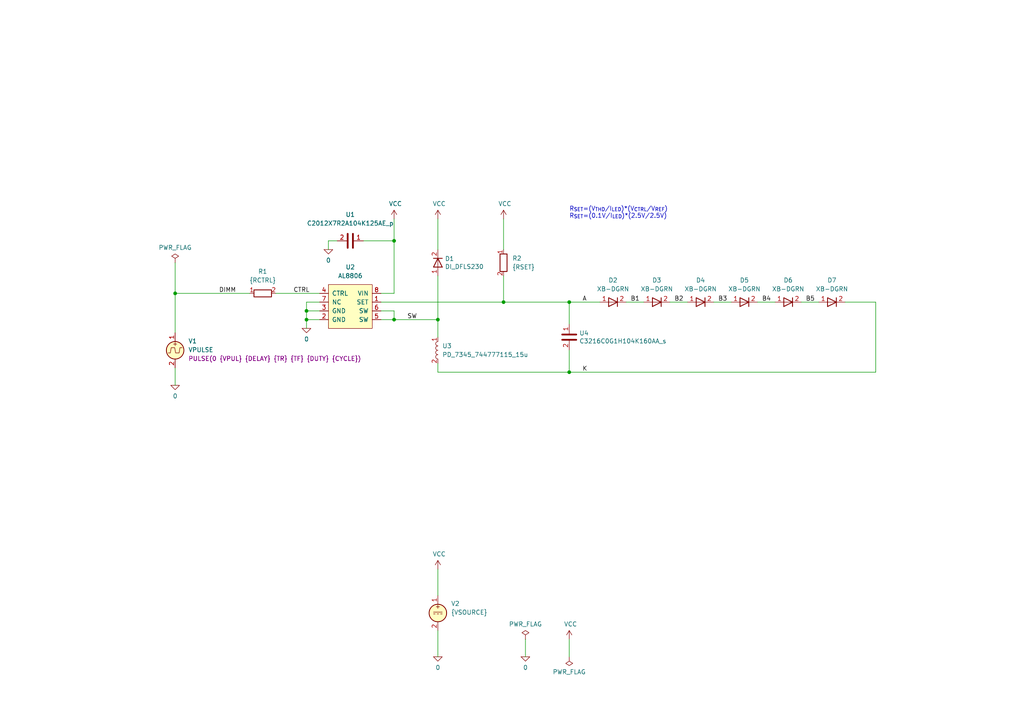
<source format=kicad_sch>
(kicad_sch
	(version 20231120)
	(generator "eeschema")
	(generator_version "8.0")
	(uuid "8a02b49a-91f4-44da-b69b-ecbba793e6fd")
	(paper "A4")
	(title_block
		(title "High efficiency 36V/1.5A buck led driver. XB-D green.")
		(date "2024-11-02")
		(rev "2")
		(company "astroelectronic@")
		(comment 1 "-")
		(comment 2 "-")
		(comment 3 "-")
		(comment 4 "AE01003806")
	)
	(lib_symbols
		(symbol "AL8806:0"
			(power)
			(pin_names
				(offset 0)
			)
			(exclude_from_sim no)
			(in_bom yes)
			(on_board yes)
			(property "Reference" "#GND"
				(at 0 -2.54 0)
				(effects
					(font
						(size 1.27 1.27)
					)
					(hide yes)
				)
			)
			(property "Value" "0"
				(at 0 -1.778 0)
				(effects
					(font
						(size 1.27 1.27)
					)
				)
			)
			(property "Footprint" ""
				(at 0 0 0)
				(effects
					(font
						(size 1.27 1.27)
					)
					(hide yes)
				)
			)
			(property "Datasheet" "~"
				(at 0 0 0)
				(effects
					(font
						(size 1.27 1.27)
					)
					(hide yes)
				)
			)
			(property "Description" "0V reference potential for simulation"
				(at 0 0 0)
				(effects
					(font
						(size 1.27 1.27)
					)
					(hide yes)
				)
			)
			(property "ki_keywords" "simulation"
				(at 0 0 0)
				(effects
					(font
						(size 1.27 1.27)
					)
					(hide yes)
				)
			)
			(symbol "0_0_1"
				(polyline
					(pts
						(xy -1.27 0) (xy 0 -1.27) (xy 1.27 0) (xy -1.27 0)
					)
					(stroke
						(width 0)
						(type default)
					)
					(fill
						(type none)
					)
				)
			)
			(symbol "0_1_1"
				(pin power_in line
					(at 0 0 0)
					(length 0) hide
					(name "0"
						(effects
							(font
								(size 1.016 1.016)
							)
						)
					)
					(number "1"
						(effects
							(font
								(size 1.016 1.016)
							)
						)
					)
				)
			)
		)
		(symbol "AL8806:AL8806"
			(pin_names
				(offset 1.016)
			)
			(exclude_from_sim no)
			(in_bom yes)
			(on_board yes)
			(property "Reference" "U"
				(at -6.35 -8.89 0)
				(effects
					(font
						(size 1.27 1.27)
					)
					(justify left bottom)
				)
			)
			(property "Value" "AL8806"
				(at -6.35 -11.43 0)
				(effects
					(font
						(size 1.27 1.27)
					)
					(justify left bottom)
				)
			)
			(property "Footprint" ""
				(at -6.35 -19.05 0)
				(effects
					(font
						(size 1.27 1.27)
					)
					(justify left bottom)
				)
			)
			(property "Datasheet" "http://www.diodes.com/catalog/Medium_Voltage_DC-DC_LED_Drivers_69/AL8806_8425"
				(at 0 0 0)
				(effects
					(font
						(size 1.27 1.27)
					)
					(hide yes)
				)
			)
			(property "Description" "High efficiency 36V 1.5A buck led driver"
				(at 0 0 0)
				(effects
					(font
						(size 1.27 1.27)
					)
					(hide yes)
				)
			)
			(property "ki_keywords" "simmodel"
				(at 0 0 0)
				(effects
					(font
						(size 1.27 1.27)
					)
					(hide yes)
				)
			)
			(symbol "AL8806_0_1"
				(rectangle
					(start -6.35 6.35)
					(end 6.35 -6.35)
					(stroke
						(width 0)
						(type default)
					)
					(fill
						(type background)
					)
				)
			)
			(symbol "AL8806_1_1"
				(pin passive line
					(at 8.89 1.27 180)
					(length 2.54)
					(name "SET"
						(effects
							(font
								(size 1.27 1.27)
							)
						)
					)
					(number "1"
						(effects
							(font
								(size 1.27 1.27)
							)
						)
					)
				)
				(pin passive line
					(at -8.89 -3.81 0)
					(length 2.54)
					(name "GND"
						(effects
							(font
								(size 1.27 1.27)
							)
						)
					)
					(number "2"
						(effects
							(font
								(size 1.27 1.27)
							)
						)
					)
				)
				(pin passive line
					(at -8.89 -1.27 0)
					(length 2.54)
					(name "GND"
						(effects
							(font
								(size 1.27 1.27)
							)
						)
					)
					(number "3"
						(effects
							(font
								(size 1.27 1.27)
							)
						)
					)
				)
				(pin passive line
					(at -8.89 3.81 0)
					(length 2.54)
					(name "CTRL"
						(effects
							(font
								(size 1.27 1.27)
							)
						)
					)
					(number "4"
						(effects
							(font
								(size 1.27 1.27)
							)
						)
					)
				)
				(pin passive line
					(at 8.89 -3.81 180)
					(length 2.54)
					(name "SW"
						(effects
							(font
								(size 1.27 1.27)
							)
						)
					)
					(number "5"
						(effects
							(font
								(size 1.27 1.27)
							)
						)
					)
				)
				(pin passive line
					(at 8.89 -1.27 180)
					(length 2.54)
					(name "SW"
						(effects
							(font
								(size 1.27 1.27)
							)
						)
					)
					(number "6"
						(effects
							(font
								(size 1.27 1.27)
							)
						)
					)
				)
				(pin passive line
					(at -8.89 1.27 0)
					(length 2.54)
					(name "NC"
						(effects
							(font
								(size 1.27 1.27)
							)
						)
					)
					(number "7"
						(effects
							(font
								(size 1.27 1.27)
							)
						)
					)
				)
				(pin passive line
					(at 8.89 3.81 180)
					(length 2.54)
					(name "VIN"
						(effects
							(font
								(size 1.27 1.27)
							)
						)
					)
					(number "8"
						(effects
							(font
								(size 1.27 1.27)
							)
						)
					)
				)
			)
		)
		(symbol "AL8806:C"
			(pin_names
				(offset 0.254) hide)
			(exclude_from_sim no)
			(in_bom yes)
			(on_board yes)
			(property "Reference" "C"
				(at 0.635 2.54 0)
				(effects
					(font
						(size 1.27 1.27)
					)
					(justify left)
				)
			)
			(property "Value" "C"
				(at 0.635 -2.54 0)
				(effects
					(font
						(size 1.27 1.27)
					)
					(justify left)
				)
			)
			(property "Footprint" ""
				(at 0.9652 -3.81 0)
				(effects
					(font
						(size 1.27 1.27)
					)
					(hide yes)
				)
			)
			(property "Datasheet" "~"
				(at 0 0 0)
				(effects
					(font
						(size 1.27 1.27)
					)
					(hide yes)
				)
			)
			(property "Description" "Unpolarized capacitor"
				(at 0 0 0)
				(effects
					(font
						(size 1.27 1.27)
					)
					(hide yes)
				)
			)
			(property "ki_keywords" "cap capacitor"
				(at 0 0 0)
				(effects
					(font
						(size 1.27 1.27)
					)
					(hide yes)
				)
			)
			(property "ki_fp_filters" "C_*"
				(at 0 0 0)
				(effects
					(font
						(size 1.27 1.27)
					)
					(hide yes)
				)
			)
			(symbol "C_0_1"
				(polyline
					(pts
						(xy -2.032 -0.762) (xy 2.032 -0.762)
					)
					(stroke
						(width 0.508)
						(type default)
					)
					(fill
						(type none)
					)
				)
				(polyline
					(pts
						(xy -2.032 0.762) (xy 2.032 0.762)
					)
					(stroke
						(width 0.508)
						(type default)
					)
					(fill
						(type none)
					)
				)
			)
			(symbol "C_1_1"
				(pin passive line
					(at 0 3.81 270)
					(length 2.794)
					(name "~"
						(effects
							(font
								(size 1.27 1.27)
							)
						)
					)
					(number "1"
						(effects
							(font
								(size 1.27 1.27)
							)
						)
					)
				)
				(pin passive line
					(at 0 -3.81 90)
					(length 2.794)
					(name "~"
						(effects
							(font
								(size 1.27 1.27)
							)
						)
					)
					(number "2"
						(effects
							(font
								(size 1.27 1.27)
							)
						)
					)
				)
			)
		)
		(symbol "AL8806:DIODE"
			(pin_names
				(offset 1.016) hide)
			(exclude_from_sim no)
			(in_bom yes)
			(on_board yes)
			(property "Reference" "D"
				(at 0 2.54 0)
				(effects
					(font
						(size 1.27 1.27)
					)
				)
			)
			(property "Value" "${SIM.PARAMS}"
				(at 0 -2.54 0)
				(effects
					(font
						(size 1.27 1.27)
					)
				)
			)
			(property "Footprint" ""
				(at 0 0 0)
				(effects
					(font
						(size 1.27 1.27)
					)
					(hide yes)
				)
			)
			(property "Datasheet" "~"
				(at 0 0 0)
				(effects
					(font
						(size 1.27 1.27)
					)
					(hide yes)
				)
			)
			(property "Description" "Diode, anode on pin 1, for simulation only!"
				(at 0 0 0)
				(effects
					(font
						(size 1.27 1.27)
					)
					(hide yes)
				)
			)
			(property "Sim.Pins" "1=1 2=2"
				(at 0 0 0)
				(effects
					(font
						(size 1.27 1.27)
					)
					(hide yes)
				)
			)
			(property "Sim.Device" "SPICE"
				(at 0 0 0)
				(effects
					(font
						(size 1.27 1.27)
					)
					(justify left)
					(hide yes)
				)
			)
			(property "Sim.Params" "type=\"D\" model=\"DIODE\" lib=\"\""
				(at 0 0 0)
				(effects
					(font
						(size 1.27 1.27)
					)
					(hide yes)
				)
			)
			(property "Spice_Netlist_Enabled" "Y"
				(at 0 0 0)
				(effects
					(font
						(size 1.27 1.27)
					)
					(justify left)
					(hide yes)
				)
			)
			(property "ki_keywords" "simulation"
				(at 0 0 0)
				(effects
					(font
						(size 1.27 1.27)
					)
					(hide yes)
				)
			)
			(symbol "DIODE_0_1"
				(polyline
					(pts
						(xy 1.27 0) (xy -1.27 0)
					)
					(stroke
						(width 0)
						(type default)
					)
					(fill
						(type none)
					)
				)
				(polyline
					(pts
						(xy 1.27 1.27) (xy 1.27 -1.27)
					)
					(stroke
						(width 0.254)
						(type default)
					)
					(fill
						(type none)
					)
				)
				(polyline
					(pts
						(xy -1.27 -1.27) (xy -1.27 1.27) (xy 1.27 0) (xy -1.27 -1.27)
					)
					(stroke
						(width 0.254)
						(type default)
					)
					(fill
						(type none)
					)
				)
			)
			(symbol "DIODE_1_1"
				(pin passive line
					(at -3.81 0 0)
					(length 2.54)
					(name "A"
						(effects
							(font
								(size 1.27 1.27)
							)
						)
					)
					(number "1"
						(effects
							(font
								(size 1.27 1.27)
							)
						)
					)
				)
				(pin passive line
					(at 3.81 0 180)
					(length 2.54)
					(name "K"
						(effects
							(font
								(size 1.27 1.27)
							)
						)
					)
					(number "2"
						(effects
							(font
								(size 1.27 1.27)
							)
						)
					)
				)
			)
		)
		(symbol "AL8806:PWR_FLAG"
			(power)
			(pin_numbers hide)
			(pin_names
				(offset 0) hide)
			(exclude_from_sim no)
			(in_bom yes)
			(on_board yes)
			(property "Reference" "#FLG"
				(at 0 1.905 0)
				(effects
					(font
						(size 1.27 1.27)
					)
					(hide yes)
				)
			)
			(property "Value" "PWR_FLAG"
				(at 0 3.81 0)
				(effects
					(font
						(size 1.27 1.27)
					)
				)
			)
			(property "Footprint" ""
				(at 0 0 0)
				(effects
					(font
						(size 1.27 1.27)
					)
					(hide yes)
				)
			)
			(property "Datasheet" "~"
				(at 0 0 0)
				(effects
					(font
						(size 1.27 1.27)
					)
					(hide yes)
				)
			)
			(property "Description" "Special symbol for telling ERC where power comes from"
				(at 0 0 0)
				(effects
					(font
						(size 1.27 1.27)
					)
					(hide yes)
				)
			)
			(property "ki_keywords" "flag power"
				(at 0 0 0)
				(effects
					(font
						(size 1.27 1.27)
					)
					(hide yes)
				)
			)
			(symbol "PWR_FLAG_0_0"
				(pin power_out line
					(at 0 0 90)
					(length 0)
					(name "pwr"
						(effects
							(font
								(size 1.27 1.27)
							)
						)
					)
					(number "1"
						(effects
							(font
								(size 1.27 1.27)
							)
						)
					)
				)
			)
			(symbol "PWR_FLAG_0_1"
				(polyline
					(pts
						(xy 0 0) (xy 0 1.27) (xy -1.016 1.905) (xy 0 2.54) (xy 1.016 1.905) (xy 0 1.27)
					)
					(stroke
						(width 0)
						(type default)
					)
					(fill
						(type none)
					)
				)
			)
		)
		(symbol "AL8806:VCC"
			(power)
			(pin_names
				(offset 0)
			)
			(exclude_from_sim no)
			(in_bom yes)
			(on_board yes)
			(property "Reference" "#PWR"
				(at 0 -3.81 0)
				(effects
					(font
						(size 1.27 1.27)
					)
					(hide yes)
				)
			)
			(property "Value" "VCC"
				(at 0 3.81 0)
				(effects
					(font
						(size 1.27 1.27)
					)
				)
			)
			(property "Footprint" ""
				(at 0 0 0)
				(effects
					(font
						(size 1.27 1.27)
					)
					(hide yes)
				)
			)
			(property "Datasheet" ""
				(at 0 0 0)
				(effects
					(font
						(size 1.27 1.27)
					)
					(hide yes)
				)
			)
			(property "Description" "Power symbol creates a global label with name \"VCC\""
				(at 0 0 0)
				(effects
					(font
						(size 1.27 1.27)
					)
					(hide yes)
				)
			)
			(property "ki_keywords" "global power"
				(at 0 0 0)
				(effects
					(font
						(size 1.27 1.27)
					)
					(hide yes)
				)
			)
			(symbol "VCC_0_1"
				(polyline
					(pts
						(xy -0.762 1.27) (xy 0 2.54)
					)
					(stroke
						(width 0)
						(type default)
					)
					(fill
						(type none)
					)
				)
				(polyline
					(pts
						(xy 0 0) (xy 0 2.54)
					)
					(stroke
						(width 0)
						(type default)
					)
					(fill
						(type none)
					)
				)
				(polyline
					(pts
						(xy 0 2.54) (xy 0.762 1.27)
					)
					(stroke
						(width 0)
						(type default)
					)
					(fill
						(type none)
					)
				)
			)
			(symbol "VCC_1_1"
				(pin power_in line
					(at 0 0 90)
					(length 0) hide
					(name "VCC"
						(effects
							(font
								(size 1.27 1.27)
							)
						)
					)
					(number "1"
						(effects
							(font
								(size 1.27 1.27)
							)
						)
					)
				)
			)
		)
		(symbol "AL8806:VDC"
			(pin_names
				(offset 0.0254) hide)
			(exclude_from_sim no)
			(in_bom yes)
			(on_board yes)
			(property "Reference" "V"
				(at 2.54 2.54 0)
				(effects
					(font
						(size 1.27 1.27)
					)
					(justify left)
				)
			)
			(property "Value" "1"
				(at 2.54 0 0)
				(effects
					(font
						(size 1.27 1.27)
					)
					(justify left)
				)
			)
			(property "Footprint" ""
				(at 0 0 0)
				(effects
					(font
						(size 1.27 1.27)
					)
					(hide yes)
				)
			)
			(property "Datasheet" "~"
				(at 0 0 0)
				(effects
					(font
						(size 1.27 1.27)
					)
					(hide yes)
				)
			)
			(property "Description" "Voltage source, DC"
				(at 0 0 0)
				(effects
					(font
						(size 1.27 1.27)
					)
					(hide yes)
				)
			)
			(property "Sim.Pins" "1=+ 2=-"
				(at 0 0 0)
				(effects
					(font
						(size 1.27 1.27)
					)
					(hide yes)
				)
			)
			(property "Sim.Type" "DC"
				(at 0 0 0)
				(effects
					(font
						(size 1.27 1.27)
					)
					(hide yes)
				)
			)
			(property "Sim.Device" "V"
				(at 0 0 0)
				(effects
					(font
						(size 1.27 1.27)
					)
					(justify left)
					(hide yes)
				)
			)
			(property "Spice_Netlist_Enabled" "Y"
				(at 0 0 0)
				(effects
					(font
						(size 1.27 1.27)
					)
					(justify left)
					(hide yes)
				)
			)
			(property "ki_keywords" "simulation"
				(at 0 0 0)
				(effects
					(font
						(size 1.27 1.27)
					)
					(hide yes)
				)
			)
			(symbol "VDC_0_0"
				(polyline
					(pts
						(xy -1.27 0.254) (xy 1.27 0.254)
					)
					(stroke
						(width 0)
						(type default)
					)
					(fill
						(type none)
					)
				)
				(polyline
					(pts
						(xy -0.762 -0.254) (xy -1.27 -0.254)
					)
					(stroke
						(width 0)
						(type default)
					)
					(fill
						(type none)
					)
				)
				(polyline
					(pts
						(xy 0.254 -0.254) (xy -0.254 -0.254)
					)
					(stroke
						(width 0)
						(type default)
					)
					(fill
						(type none)
					)
				)
				(polyline
					(pts
						(xy 1.27 -0.254) (xy 0.762 -0.254)
					)
					(stroke
						(width 0)
						(type default)
					)
					(fill
						(type none)
					)
				)
				(text "+"
					(at 0 1.905 0)
					(effects
						(font
							(size 1.27 1.27)
						)
					)
				)
			)
			(symbol "VDC_0_1"
				(circle
					(center 0 0)
					(radius 2.54)
					(stroke
						(width 0.254)
						(type default)
					)
					(fill
						(type background)
					)
				)
			)
			(symbol "VDC_1_1"
				(pin passive line
					(at 0 5.08 270)
					(length 2.54)
					(name "~"
						(effects
							(font
								(size 1.27 1.27)
							)
						)
					)
					(number "1"
						(effects
							(font
								(size 1.27 1.27)
							)
						)
					)
				)
				(pin passive line
					(at 0 -5.08 90)
					(length 2.54)
					(name "~"
						(effects
							(font
								(size 1.27 1.27)
							)
						)
					)
					(number "2"
						(effects
							(font
								(size 1.27 1.27)
							)
						)
					)
				)
			)
		)
		(symbol "AL8806:VPULSE"
			(pin_names
				(offset 0.0254) hide)
			(exclude_from_sim no)
			(in_bom yes)
			(on_board yes)
			(property "Reference" "V"
				(at 2.54 2.54 0)
				(effects
					(font
						(size 1.27 1.27)
					)
					(justify left)
				)
			)
			(property "Value" "VPULSE"
				(at 2.54 0 0)
				(effects
					(font
						(size 1.27 1.27)
					)
					(justify left)
				)
			)
			(property "Footprint" ""
				(at 0 0 0)
				(effects
					(font
						(size 1.27 1.27)
					)
					(hide yes)
				)
			)
			(property "Datasheet" "~"
				(at 0 0 0)
				(effects
					(font
						(size 1.27 1.27)
					)
					(hide yes)
				)
			)
			(property "Description" "Voltage source, pulse"
				(at 0 0 0)
				(effects
					(font
						(size 1.27 1.27)
					)
					(hide yes)
				)
			)
			(property "Sim.Pins" "1=+ 2=-"
				(at 0 0 0)
				(effects
					(font
						(size 1.27 1.27)
					)
					(hide yes)
				)
			)
			(property "Sim.Type" "PULSE"
				(at 0 0 0)
				(effects
					(font
						(size 1.27 1.27)
					)
					(hide yes)
				)
			)
			(property "Sim.Device" "V"
				(at 0 0 0)
				(effects
					(font
						(size 1.27 1.27)
					)
					(justify left)
					(hide yes)
				)
			)
			(property "Sim.Params" "y1=0 y2=1 td=2n tr=2n tf=2n tw=50n per=100n"
				(at 2.54 -2.54 0)
				(effects
					(font
						(size 1.27 1.27)
					)
					(justify left)
				)
			)
			(property "Spice_Netlist_Enabled" "Y"
				(at 0 0 0)
				(effects
					(font
						(size 1.27 1.27)
					)
					(justify left)
					(hide yes)
				)
			)
			(property "ki_keywords" "simulation"
				(at 0 0 0)
				(effects
					(font
						(size 1.27 1.27)
					)
					(hide yes)
				)
			)
			(symbol "VPULSE_0_0"
				(polyline
					(pts
						(xy -2.032 -0.762) (xy -1.397 -0.762) (xy -1.143 0.762) (xy -0.127 0.762) (xy 0.127 -0.762) (xy 1.143 -0.762)
						(xy 1.397 0.762) (xy 2.032 0.762)
					)
					(stroke
						(width 0)
						(type default)
					)
					(fill
						(type none)
					)
				)
				(text "+"
					(at 0 1.905 0)
					(effects
						(font
							(size 1.27 1.27)
						)
					)
				)
			)
			(symbol "VPULSE_0_1"
				(circle
					(center 0 0)
					(radius 2.54)
					(stroke
						(width 0.254)
						(type default)
					)
					(fill
						(type background)
					)
				)
			)
			(symbol "VPULSE_1_1"
				(pin passive line
					(at 0 5.08 270)
					(length 2.54)
					(name "~"
						(effects
							(font
								(size 1.27 1.27)
							)
						)
					)
					(number "1"
						(effects
							(font
								(size 1.27 1.27)
							)
						)
					)
				)
				(pin passive line
					(at 0 -5.08 90)
					(length 2.54)
					(name "~"
						(effects
							(font
								(size 1.27 1.27)
							)
						)
					)
					(number "2"
						(effects
							(font
								(size 1.27 1.27)
							)
						)
					)
				)
			)
		)
		(symbol "C_1"
			(pin_names
				(offset 0.254) hide)
			(exclude_from_sim no)
			(in_bom yes)
			(on_board yes)
			(property "Reference" "C"
				(at 0.635 2.54 0)
				(effects
					(font
						(size 1.27 1.27)
					)
					(justify left)
				)
			)
			(property "Value" "C_1"
				(at 0.635 -2.54 0)
				(effects
					(font
						(size 1.27 1.27)
					)
					(justify left)
				)
			)
			(property "Footprint" ""
				(at 0.9652 -3.81 0)
				(effects
					(font
						(size 1.27 1.27)
					)
					(hide yes)
				)
			)
			(property "Datasheet" "~"
				(at 0 0 0)
				(effects
					(font
						(size 1.27 1.27)
					)
					(hide yes)
				)
			)
			(property "Description" "Unpolarized capacitor"
				(at 0 0 0)
				(effects
					(font
						(size 1.27 1.27)
					)
					(hide yes)
				)
			)
			(property "ki_keywords" "cap capacitor"
				(at 0 0 0)
				(effects
					(font
						(size 1.27 1.27)
					)
					(hide yes)
				)
			)
			(property "ki_fp_filters" "C_*"
				(at 0 0 0)
				(effects
					(font
						(size 1.27 1.27)
					)
					(hide yes)
				)
			)
			(symbol "C_1_0_1"
				(polyline
					(pts
						(xy -2.032 -0.762) (xy 2.032 -0.762)
					)
					(stroke
						(width 0.508)
						(type default)
					)
					(fill
						(type none)
					)
				)
				(polyline
					(pts
						(xy -2.032 0.762) (xy 2.032 0.762)
					)
					(stroke
						(width 0.508)
						(type default)
					)
					(fill
						(type none)
					)
				)
			)
			(symbol "C_1_1_1"
				(pin passive line
					(at 0 3.81 270)
					(length 2.794)
					(name "~"
						(effects
							(font
								(size 1.27 1.27)
							)
						)
					)
					(number "1"
						(effects
							(font
								(size 1.27 1.27)
							)
						)
					)
				)
				(pin passive line
					(at 0 -3.81 90)
					(length 2.794)
					(name "~"
						(effects
							(font
								(size 1.27 1.27)
							)
						)
					)
					(number "2"
						(effects
							(font
								(size 1.27 1.27)
							)
						)
					)
				)
			)
		)
		(symbol "DIODE_2_2"
			(pin_names
				(offset 1.016) hide)
			(exclude_from_sim no)
			(in_bom yes)
			(on_board yes)
			(property "Reference" "D"
				(at 0 2.54 0)
				(effects
					(font
						(size 1.27 1.27)
					)
				)
			)
			(property "Value" "${SIM.PARAMS}"
				(at 0 -2.54 0)
				(effects
					(font
						(size 1.27 1.27)
					)
				)
			)
			(property "Footprint" ""
				(at 0 0 0)
				(effects
					(font
						(size 1.27 1.27)
					)
					(hide yes)
				)
			)
			(property "Datasheet" "~"
				(at 0 0 0)
				(effects
					(font
						(size 1.27 1.27)
					)
					(hide yes)
				)
			)
			(property "Description" "Diode, anode on pin 1, for simulation only!"
				(at 0 0 0)
				(effects
					(font
						(size 1.27 1.27)
					)
					(hide yes)
				)
			)
			(property "Sim.Pins" "1=1 2=2"
				(at 0 0 0)
				(effects
					(font
						(size 1.27 1.27)
					)
					(hide yes)
				)
			)
			(property "Sim.Device" "SPICE"
				(at 0 0 0)
				(effects
					(font
						(size 1.27 1.27)
					)
					(justify left)
					(hide yes)
				)
			)
			(property "Sim.Params" "type=\"D\" model=\"DIODE_2\" lib=\"\""
				(at 0 0 0)
				(effects
					(font
						(size 1.27 1.27)
					)
					(hide yes)
				)
			)
			(property "Spice_Netlist_Enabled" "Y"
				(at 0 0 0)
				(effects
					(font
						(size 1.27 1.27)
					)
					(justify left)
					(hide yes)
				)
			)
			(property "ki_keywords" "simulation"
				(at 0 0 0)
				(effects
					(font
						(size 1.27 1.27)
					)
					(hide yes)
				)
			)
			(symbol "DIODE_2_2_0_1"
				(polyline
					(pts
						(xy 1.27 0) (xy -1.27 0)
					)
					(stroke
						(width 0)
						(type default)
					)
					(fill
						(type none)
					)
				)
				(polyline
					(pts
						(xy 1.27 1.27) (xy 1.27 -1.27)
					)
					(stroke
						(width 0.254)
						(type default)
					)
					(fill
						(type none)
					)
				)
				(polyline
					(pts
						(xy -1.27 -1.27) (xy -1.27 1.27) (xy 1.27 0) (xy -1.27 -1.27)
					)
					(stroke
						(width 0.254)
						(type default)
					)
					(fill
						(type none)
					)
				)
			)
			(symbol "DIODE_2_2_1_1"
				(pin passive line
					(at -3.81 0 0)
					(length 2.54)
					(name "A"
						(effects
							(font
								(size 1.27 1.27)
							)
						)
					)
					(number "1"
						(effects
							(font
								(size 1.27 1.27)
							)
						)
					)
				)
				(pin passive line
					(at 3.81 0 180)
					(length 2.54)
					(name "K"
						(effects
							(font
								(size 1.27 1.27)
							)
						)
					)
					(number "2"
						(effects
							(font
								(size 1.27 1.27)
							)
						)
					)
				)
			)
		)
		(symbol "L_1"
			(pin_names
				(offset 1.016) hide)
			(exclude_from_sim no)
			(in_bom yes)
			(on_board yes)
			(property "Reference" "L"
				(at -1.27 0 90)
				(effects
					(font
						(size 1.27 1.27)
					)
				)
			)
			(property "Value" "L_1"
				(at 1.905 0 90)
				(effects
					(font
						(size 1.27 1.27)
					)
				)
			)
			(property "Footprint" ""
				(at 0 0 0)
				(effects
					(font
						(size 1.27 1.27)
					)
					(hide yes)
				)
			)
			(property "Datasheet" "~"
				(at 0 0 0)
				(effects
					(font
						(size 1.27 1.27)
					)
					(hide yes)
				)
			)
			(property "Description" "Inductor"
				(at 0 0 0)
				(effects
					(font
						(size 1.27 1.27)
					)
					(hide yes)
				)
			)
			(property "ki_keywords" "inductor choke coil reactor magnetic"
				(at 0 0 0)
				(effects
					(font
						(size 1.27 1.27)
					)
					(hide yes)
				)
			)
			(property "ki_fp_filters" "Choke_* *Coil* Inductor_* L_*"
				(at 0 0 0)
				(effects
					(font
						(size 1.27 1.27)
					)
					(hide yes)
				)
			)
			(symbol "L_1_0_1"
				(arc
					(start 0 -2.54)
					(mid 0.6323 -1.905)
					(end 0 -1.27)
					(stroke
						(width 0)
						(type default)
					)
					(fill
						(type none)
					)
				)
				(arc
					(start 0 -1.27)
					(mid 0.6323 -0.635)
					(end 0 0)
					(stroke
						(width 0)
						(type default)
					)
					(fill
						(type none)
					)
				)
				(arc
					(start 0 0)
					(mid 0.6323 0.635)
					(end 0 1.27)
					(stroke
						(width 0)
						(type default)
					)
					(fill
						(type none)
					)
				)
				(arc
					(start 0 1.27)
					(mid 0.6323 1.905)
					(end 0 2.54)
					(stroke
						(width 0)
						(type default)
					)
					(fill
						(type none)
					)
				)
			)
			(symbol "L_1_1_1"
				(pin passive line
					(at 0 3.81 270)
					(length 1.27)
					(name "1"
						(effects
							(font
								(size 1.27 1.27)
							)
						)
					)
					(number "1"
						(effects
							(font
								(size 1.27 1.27)
							)
						)
					)
				)
				(pin passive line
					(at 0 -3.81 90)
					(length 1.27)
					(name "2"
						(effects
							(font
								(size 1.27 1.27)
							)
						)
					)
					(number "2"
						(effects
							(font
								(size 1.27 1.27)
							)
						)
					)
				)
			)
		)
		(symbol "R_1"
			(pin_names
				(offset 0) hide)
			(exclude_from_sim no)
			(in_bom yes)
			(on_board yes)
			(property "Reference" "R"
				(at 2.032 0 90)
				(effects
					(font
						(size 1.27 1.27)
					)
				)
			)
			(property "Value" "R_1"
				(at 0 0 90)
				(effects
					(font
						(size 1.27 1.27)
					)
				)
			)
			(property "Footprint" ""
				(at -1.778 0 90)
				(effects
					(font
						(size 1.27 1.27)
					)
					(hide yes)
				)
			)
			(property "Datasheet" "~"
				(at 0 0 0)
				(effects
					(font
						(size 1.27 1.27)
					)
					(hide yes)
				)
			)
			(property "Description" "Resistor"
				(at 0 0 0)
				(effects
					(font
						(size 1.27 1.27)
					)
					(hide yes)
				)
			)
			(property "ki_keywords" "R res resistor"
				(at 0 0 0)
				(effects
					(font
						(size 1.27 1.27)
					)
					(hide yes)
				)
			)
			(property "ki_fp_filters" "R_*"
				(at 0 0 0)
				(effects
					(font
						(size 1.27 1.27)
					)
					(hide yes)
				)
			)
			(symbol "R_1_0_1"
				(rectangle
					(start -1.016 -2.54)
					(end 1.016 2.54)
					(stroke
						(width 0.254)
						(type default)
					)
					(fill
						(type none)
					)
				)
			)
			(symbol "R_1_1_1"
				(pin passive line
					(at 0 3.81 270)
					(length 1.27)
					(name "~"
						(effects
							(font
								(size 1.27 1.27)
							)
						)
					)
					(number "1"
						(effects
							(font
								(size 1.27 1.27)
							)
						)
					)
				)
				(pin passive line
					(at 0 -3.81 90)
					(length 1.27)
					(name "~"
						(effects
							(font
								(size 1.27 1.27)
							)
						)
					)
					(number "2"
						(effects
							(font
								(size 1.27 1.27)
							)
						)
					)
				)
			)
		)
		(symbol "R_2"
			(pin_names
				(offset 0) hide)
			(exclude_from_sim no)
			(in_bom yes)
			(on_board yes)
			(property "Reference" "R"
				(at 2.032 0 90)
				(effects
					(font
						(size 1.27 1.27)
					)
				)
			)
			(property "Value" "R_2"
				(at 0 0 90)
				(effects
					(font
						(size 1.27 1.27)
					)
				)
			)
			(property "Footprint" ""
				(at -1.778 0 90)
				(effects
					(font
						(size 1.27 1.27)
					)
					(hide yes)
				)
			)
			(property "Datasheet" "~"
				(at 0 0 0)
				(effects
					(font
						(size 1.27 1.27)
					)
					(hide yes)
				)
			)
			(property "Description" "Resistor"
				(at 0 0 0)
				(effects
					(font
						(size 1.27 1.27)
					)
					(hide yes)
				)
			)
			(property "ki_keywords" "R res resistor"
				(at 0 0 0)
				(effects
					(font
						(size 1.27 1.27)
					)
					(hide yes)
				)
			)
			(property "ki_fp_filters" "R_*"
				(at 0 0 0)
				(effects
					(font
						(size 1.27 1.27)
					)
					(hide yes)
				)
			)
			(symbol "R_2_0_1"
				(rectangle
					(start -1.016 -2.54)
					(end 1.016 2.54)
					(stroke
						(width 0.254)
						(type default)
					)
					(fill
						(type none)
					)
				)
			)
			(symbol "R_2_1_1"
				(pin passive line
					(at 0 3.81 270)
					(length 1.27)
					(name "~"
						(effects
							(font
								(size 1.27 1.27)
							)
						)
					)
					(number "1"
						(effects
							(font
								(size 1.27 1.27)
							)
						)
					)
				)
				(pin passive line
					(at 0 -3.81 90)
					(length 1.27)
					(name "~"
						(effects
							(font
								(size 1.27 1.27)
							)
						)
					)
					(number "2"
						(effects
							(font
								(size 1.27 1.27)
							)
						)
					)
				)
			)
		)
	)
	(junction
		(at 114.3 92.71)
		(diameter 0)
		(color 0 0 0 0)
		(uuid "1bbbaf0b-20d2-4dd0-a7d1-996f0af640c9")
	)
	(junction
		(at 165.1 87.63)
		(diameter 0)
		(color 0 0 0 0)
		(uuid "35e0a49a-538b-4c30-9f34-d8da9bc4d3f6")
	)
	(junction
		(at 88.9 90.17)
		(diameter 0)
		(color 0 0 0 0)
		(uuid "5f7187bc-c694-48a1-8882-c3fd6d2c1a03")
	)
	(junction
		(at 88.9 92.71)
		(diameter 0)
		(color 0 0 0 0)
		(uuid "76806b5d-fcd7-4832-9dad-35546047467c")
	)
	(junction
		(at 114.3 69.85)
		(diameter 0)
		(color 0 0 0 0)
		(uuid "83ac6eba-34a5-45ee-a741-74db542a766a")
	)
	(junction
		(at 50.8 85.09)
		(diameter 0)
		(color 0 0 0 0)
		(uuid "a4f94ff7-9d82-4193-9b6d-93658bacb0c8")
	)
	(junction
		(at 165.1 107.95)
		(diameter 0)
		(color 0 0 0 0)
		(uuid "d1aeeb61-b3dd-4c14-a2db-ec1cd5e1b6bc")
	)
	(junction
		(at 127 92.71)
		(diameter 0)
		(color 0 0 0 0)
		(uuid "dbf9bc3a-2b8a-4899-acff-edcfbd7e736c")
	)
	(junction
		(at 146.05 87.63)
		(diameter 0)
		(color 0 0 0 0)
		(uuid "e17ebb90-ffee-40f2-9af5-3c488866ead9")
	)
	(wire
		(pts
			(xy 92.71 90.17) (xy 88.9 90.17)
		)
		(stroke
			(width 0)
			(type default)
		)
		(uuid "01a8c197-6ee1-4b9d-9b32-9b6ee09af89c")
	)
	(wire
		(pts
			(xy 127 182.88) (xy 127 190.5)
		)
		(stroke
			(width 0)
			(type default)
		)
		(uuid "05263881-e2c9-4eb0-b893-23b601c5626e")
	)
	(wire
		(pts
			(xy 114.3 63.5) (xy 114.3 69.85)
		)
		(stroke
			(width 0)
			(type default)
		)
		(uuid "0c826200-3525-4f6c-b87b-69e104559a7f")
	)
	(wire
		(pts
			(xy 232.41 87.63) (xy 237.49 87.63)
		)
		(stroke
			(width 0)
			(type default)
		)
		(uuid "21a3e246-b486-4928-94c0-2366716743d1")
	)
	(wire
		(pts
			(xy 92.71 87.63) (xy 88.9 87.63)
		)
		(stroke
			(width 0)
			(type default)
		)
		(uuid "2d6ddd93-d110-4ccc-bec4-474ee4bf4a24")
	)
	(wire
		(pts
			(xy 110.49 90.17) (xy 114.3 90.17)
		)
		(stroke
			(width 0)
			(type default)
		)
		(uuid "349c8b5d-dafb-4afa-97bd-fd40855b5594")
	)
	(wire
		(pts
			(xy 146.05 87.63) (xy 165.1 87.63)
		)
		(stroke
			(width 0)
			(type default)
		)
		(uuid "3f128172-efd2-491d-9355-4d9df929f4e2")
	)
	(wire
		(pts
			(xy 80.01 85.09) (xy 92.71 85.09)
		)
		(stroke
			(width 0)
			(type default)
		)
		(uuid "417149c2-ff12-4b82-8825-608ebcadce3d")
	)
	(wire
		(pts
			(xy 88.9 92.71) (xy 88.9 95.25)
		)
		(stroke
			(width 0)
			(type default)
		)
		(uuid "43592539-47e4-403b-9705-7c0f934d3139")
	)
	(wire
		(pts
			(xy 127 107.95) (xy 165.1 107.95)
		)
		(stroke
			(width 0)
			(type default)
		)
		(uuid "4ad4094f-7905-4ca2-b54f-84d75a097920")
	)
	(wire
		(pts
			(xy 194.31 87.63) (xy 199.39 87.63)
		)
		(stroke
			(width 0)
			(type default)
		)
		(uuid "4b38e89c-bfef-45a8-bbb9-3940a3a1cdaa")
	)
	(wire
		(pts
			(xy 114.3 85.09) (xy 114.3 69.85)
		)
		(stroke
			(width 0)
			(type default)
		)
		(uuid "4f0cf069-1e71-47d8-ab6a-e45056f70e5b")
	)
	(wire
		(pts
			(xy 114.3 69.85) (xy 105.41 69.85)
		)
		(stroke
			(width 0)
			(type default)
		)
		(uuid "5570058d-ea50-4523-b223-3950fc56ea1a")
	)
	(wire
		(pts
			(xy 114.3 92.71) (xy 127 92.71)
		)
		(stroke
			(width 0)
			(type default)
		)
		(uuid "5aee72dd-984e-4e6a-bc4c-b45b6cbdf3b2")
	)
	(wire
		(pts
			(xy 152.4 190.5) (xy 152.4 185.42)
		)
		(stroke
			(width 0)
			(type default)
		)
		(uuid "684737f2-b3ff-4159-8e1e-10a806d4b3bd")
	)
	(wire
		(pts
			(xy 50.8 85.09) (xy 72.39 85.09)
		)
		(stroke
			(width 0)
			(type default)
		)
		(uuid "6870e8a2-34af-4fde-bb09-47107040db0a")
	)
	(wire
		(pts
			(xy 88.9 92.71) (xy 92.71 92.71)
		)
		(stroke
			(width 0)
			(type default)
		)
		(uuid "6994b72f-52a8-4be7-a223-def9fec0cdc1")
	)
	(wire
		(pts
			(xy 127 165.1) (xy 127 172.72)
		)
		(stroke
			(width 0)
			(type default)
		)
		(uuid "69c93cc2-365a-496b-91ac-8c7fea88b7d5")
	)
	(wire
		(pts
			(xy 219.71 87.63) (xy 224.79 87.63)
		)
		(stroke
			(width 0)
			(type default)
		)
		(uuid "6cf5297c-865e-4c69-acdd-62ec76f7baa1")
	)
	(wire
		(pts
			(xy 127 80.01) (xy 127 92.71)
		)
		(stroke
			(width 0)
			(type default)
		)
		(uuid "6ebbfbd9-23d8-4b56-8176-868f9913795b")
	)
	(wire
		(pts
			(xy 95.25 69.85) (xy 97.79 69.85)
		)
		(stroke
			(width 0)
			(type default)
		)
		(uuid "77e95229-b5a0-47fc-a86f-2d4ef00112d9")
	)
	(wire
		(pts
			(xy 114.3 90.17) (xy 114.3 92.71)
		)
		(stroke
			(width 0)
			(type default)
		)
		(uuid "8b2cd4f9-7f30-4842-8989-8f6b41c53a9b")
	)
	(wire
		(pts
			(xy 254 87.63) (xy 245.11 87.63)
		)
		(stroke
			(width 0)
			(type default)
		)
		(uuid "8d6039cc-17c6-4f25-9acf-5bb06046e022")
	)
	(wire
		(pts
			(xy 127 105.41) (xy 127 107.95)
		)
		(stroke
			(width 0)
			(type default)
		)
		(uuid "9c525750-1d4d-4c39-90f2-11c759869de5")
	)
	(wire
		(pts
			(xy 165.1 107.95) (xy 254 107.95)
		)
		(stroke
			(width 0)
			(type default)
		)
		(uuid "a32067d4-705c-4e6e-9bdb-f77c97bcf98d")
	)
	(wire
		(pts
			(xy 254 107.95) (xy 254 87.63)
		)
		(stroke
			(width 0)
			(type default)
		)
		(uuid "a7929669-3b46-42d1-8ad0-47012211afa5")
	)
	(wire
		(pts
			(xy 50.8 85.09) (xy 50.8 96.52)
		)
		(stroke
			(width 0)
			(type default)
		)
		(uuid "b56b9106-ea47-493f-9b35-fe301d41ff73")
	)
	(wire
		(pts
			(xy 110.49 85.09) (xy 114.3 85.09)
		)
		(stroke
			(width 0)
			(type default)
		)
		(uuid "c395d83e-e149-4b19-9c34-ecfb07d62ea6")
	)
	(wire
		(pts
			(xy 165.1 107.95) (xy 165.1 101.6)
		)
		(stroke
			(width 0)
			(type default)
		)
		(uuid "c4bb6cc5-1754-4f66-9da8-42ea5c06f49f")
	)
	(wire
		(pts
			(xy 165.1 190.5) (xy 165.1 185.42)
		)
		(stroke
			(width 0)
			(type default)
		)
		(uuid "c54d80dc-d6d5-4851-97c6-3da312ddddd4")
	)
	(wire
		(pts
			(xy 181.61 87.63) (xy 186.69 87.63)
		)
		(stroke
			(width 0)
			(type default)
		)
		(uuid "c6b25141-30a0-4cf1-b464-2c244536dc52")
	)
	(wire
		(pts
			(xy 88.9 90.17) (xy 88.9 92.71)
		)
		(stroke
			(width 0)
			(type default)
		)
		(uuid "cf3d6f9f-04a5-4447-be1c-d187a9f39ca5")
	)
	(wire
		(pts
			(xy 127 72.39) (xy 127 63.5)
		)
		(stroke
			(width 0)
			(type default)
		)
		(uuid "d49f88a2-0d8e-4e06-a607-1467582f0200")
	)
	(wire
		(pts
			(xy 50.8 76.2) (xy 50.8 85.09)
		)
		(stroke
			(width 0)
			(type default)
		)
		(uuid "d972addf-986f-46ff-8710-c8deaebe7ca4")
	)
	(wire
		(pts
			(xy 127 92.71) (xy 127 97.79)
		)
		(stroke
			(width 0)
			(type default)
		)
		(uuid "dbfcab19-9aac-44e8-9e02-642413408170")
	)
	(wire
		(pts
			(xy 207.01 87.63) (xy 212.09 87.63)
		)
		(stroke
			(width 0)
			(type default)
		)
		(uuid "dc70b4f3-d44a-4f30-8cf7-af8572ccbc07")
	)
	(wire
		(pts
			(xy 165.1 93.98) (xy 165.1 87.63)
		)
		(stroke
			(width 0)
			(type default)
		)
		(uuid "dcb899f4-8a99-4a86-bd9b-f3d4f861ce2e")
	)
	(wire
		(pts
			(xy 88.9 87.63) (xy 88.9 90.17)
		)
		(stroke
			(width 0)
			(type default)
		)
		(uuid "de46ab43-84bd-41e7-b129-3de5c11d2696")
	)
	(wire
		(pts
			(xy 146.05 63.5) (xy 146.05 72.39)
		)
		(stroke
			(width 0)
			(type default)
		)
		(uuid "f2063f84-10fd-4ea9-bf7e-aded249a7221")
	)
	(wire
		(pts
			(xy 95.25 69.85) (xy 95.25 72.39)
		)
		(stroke
			(width 0)
			(type default)
		)
		(uuid "f2a3bbc6-45bf-48dc-9a67-d01f6082adb5")
	)
	(wire
		(pts
			(xy 146.05 80.01) (xy 146.05 87.63)
		)
		(stroke
			(width 0)
			(type default)
		)
		(uuid "f39d4be6-bcd5-4c07-9554-4293a27647b4")
	)
	(wire
		(pts
			(xy 50.8 106.68) (xy 50.8 111.76)
		)
		(stroke
			(width 0)
			(type default)
		)
		(uuid "f6c885ab-b96e-4d8c-893e-89bcd5b4cdb5")
	)
	(wire
		(pts
			(xy 110.49 92.71) (xy 114.3 92.71)
		)
		(stroke
			(width 0)
			(type default)
		)
		(uuid "f708aeee-f46b-477e-a430-74ec8eee6a39")
	)
	(wire
		(pts
			(xy 165.1 87.63) (xy 173.99 87.63)
		)
		(stroke
			(width 0)
			(type default)
		)
		(uuid "fa585796-71ed-4739-8bb6-bf3493f17e99")
	)
	(wire
		(pts
			(xy 110.49 87.63) (xy 146.05 87.63)
		)
		(stroke
			(width 0)
			(type default)
		)
		(uuid "fe84b1a7-9340-4276-baf4-b3d616409a3a")
	)
	(text "R_{SET}=(V_{THD}/I_{LED})*(V_{CTRL}/V_{REF})\nR_{SET}=(0.1V/I_{LED})*(2.5V/2.5V)"
		(exclude_from_sim no)
		(at 165.1 63.5 0)
		(effects
			(font
				(size 1.27 1.27)
			)
			(justify left bottom)
		)
		(uuid "73ecaf76-617d-48e2-9987-bd2f0ac03516")
	)
	(label "CTRL"
		(at 85.09 85.09 0)
		(fields_autoplaced yes)
		(effects
			(font
				(size 1.27 1.27)
			)
			(justify left bottom)
		)
		(uuid "08ecc4c7-cd53-484f-b87b-44180579a3c6")
	)
	(label "B2"
		(at 195.58 87.63 0)
		(fields_autoplaced yes)
		(effects
			(font
				(size 1.27 1.27)
			)
			(justify left bottom)
		)
		(uuid "0c644e96-9d6b-4841-8a87-2c71341fad24")
	)
	(label "K"
		(at 168.91 107.95 0)
		(fields_autoplaced yes)
		(effects
			(font
				(size 1.27 1.27)
			)
			(justify left bottom)
		)
		(uuid "13157fb8-5fd0-4175-be4b-852a43cd1045")
	)
	(label "A"
		(at 168.91 87.63 0)
		(fields_autoplaced yes)
		(effects
			(font
				(size 1.27 1.27)
			)
			(justify left bottom)
		)
		(uuid "30d37a36-fb74-4040-a670-fb1e3ce14762")
	)
	(label "B4"
		(at 220.98 87.63 0)
		(fields_autoplaced yes)
		(effects
			(font
				(size 1.27 1.27)
			)
			(justify left bottom)
		)
		(uuid "58c8adb7-634f-4d7c-9f02-fbbd1800984d")
	)
	(label "B5"
		(at 233.68 87.63 0)
		(fields_autoplaced yes)
		(effects
			(font
				(size 1.27 1.27)
			)
			(justify left bottom)
		)
		(uuid "85332b24-3a32-4760-879e-0eacd5a05ab5")
	)
	(label "DIMM"
		(at 63.5 85.09 0)
		(fields_autoplaced yes)
		(effects
			(font
				(size 1.27 1.27)
			)
			(justify left bottom)
		)
		(uuid "8def4f6b-6c61-4811-9893-0fb67ec99079")
	)
	(label "B1"
		(at 182.88 87.63 0)
		(fields_autoplaced yes)
		(effects
			(font
				(size 1.27 1.27)
			)
			(justify left bottom)
		)
		(uuid "9d03e560-f8b2-4306-b371-b3aff275a949")
	)
	(label "B3"
		(at 208.28 87.63 0)
		(fields_autoplaced yes)
		(effects
			(font
				(size 1.27 1.27)
			)
			(justify left bottom)
		)
		(uuid "b8aa9f8b-29d4-43db-8926-a907fb57e338")
	)
	(label "SW"
		(at 118.11 92.71 0)
		(fields_autoplaced yes)
		(effects
			(font
				(size 1.27 1.27)
			)
			(justify left bottom)
		)
		(uuid "ffacc16b-f69f-4793-94ec-75753434c3cf")
	)
	(symbol
		(lib_id "AL8806:0")
		(at 88.9 95.25 0)
		(unit 1)
		(exclude_from_sim no)
		(in_bom yes)
		(on_board yes)
		(dnp no)
		(uuid "00000000-0000-0000-0000-00005f29ae54")
		(property "Reference" "#GND0107"
			(at 88.9 97.79 0)
			(effects
				(font
					(size 1.27 1.27)
				)
				(hide yes)
			)
		)
		(property "Value" "0"
			(at 88.9 98.3742 0)
			(effects
				(font
					(size 1.27 1.27)
				)
			)
		)
		(property "Footprint" ""
			(at 88.9 95.25 0)
			(effects
				(font
					(size 1.27 1.27)
				)
				(hide yes)
			)
		)
		(property "Datasheet" "~"
			(at 88.9 95.25 0)
			(effects
				(font
					(size 1.27 1.27)
				)
				(hide yes)
			)
		)
		(property "Description" ""
			(at 88.9 95.25 0)
			(effects
				(font
					(size 1.27 1.27)
				)
				(hide yes)
			)
		)
		(pin "1"
			(uuid "1dcb710b-84e3-4fb3-ab57-f31d6a5733ee")
		)
		(instances
			(project ""
				(path "/8a02b49a-91f4-44da-b69b-ecbba793e6fd"
					(reference "#GND0107")
					(unit 1)
				)
			)
		)
	)
	(symbol
		(lib_id "AL8806:0")
		(at 50.8 111.76 0)
		(unit 1)
		(exclude_from_sim no)
		(in_bom yes)
		(on_board yes)
		(dnp no)
		(uuid "00000000-0000-0000-0000-00005f29bbcf")
		(property "Reference" "#GND0101"
			(at 50.8 114.3 0)
			(effects
				(font
					(size 1.27 1.27)
				)
				(hide yes)
			)
		)
		(property "Value" "0"
			(at 50.8 114.8842 0)
			(effects
				(font
					(size 1.27 1.27)
				)
			)
		)
		(property "Footprint" ""
			(at 50.8 111.76 0)
			(effects
				(font
					(size 1.27 1.27)
				)
				(hide yes)
			)
		)
		(property "Datasheet" "~"
			(at 50.8 111.76 0)
			(effects
				(font
					(size 1.27 1.27)
				)
				(hide yes)
			)
		)
		(property "Description" ""
			(at 50.8 111.76 0)
			(effects
				(font
					(size 1.27 1.27)
				)
				(hide yes)
			)
		)
		(pin "1"
			(uuid "85cc783c-a65f-4908-b1a3-f3c64c272171")
		)
		(instances
			(project ""
				(path "/8a02b49a-91f4-44da-b69b-ecbba793e6fd"
					(reference "#GND0101")
					(unit 1)
				)
			)
		)
	)
	(symbol
		(lib_id "AL8806:PWR_FLAG")
		(at 50.8 76.2 0)
		(unit 1)
		(exclude_from_sim no)
		(in_bom yes)
		(on_board yes)
		(dnp no)
		(uuid "00000000-0000-0000-0000-00005f29c02a")
		(property "Reference" "#FLG0101"
			(at 50.8 74.295 0)
			(effects
				(font
					(size 1.27 1.27)
				)
				(hide yes)
			)
		)
		(property "Value" "PWR_FLAG"
			(at 50.8 71.8058 0)
			(effects
				(font
					(size 1.27 1.27)
				)
			)
		)
		(property "Footprint" ""
			(at 50.8 76.2 0)
			(effects
				(font
					(size 1.27 1.27)
				)
				(hide yes)
			)
		)
		(property "Datasheet" "~"
			(at 50.8 76.2 0)
			(effects
				(font
					(size 1.27 1.27)
				)
				(hide yes)
			)
		)
		(property "Description" ""
			(at 50.8 76.2 0)
			(effects
				(font
					(size 1.27 1.27)
				)
				(hide yes)
			)
		)
		(pin "1"
			(uuid "d061357c-97e2-4883-b9ea-64a006fc684a")
		)
		(instances
			(project ""
				(path "/8a02b49a-91f4-44da-b69b-ecbba793e6fd"
					(reference "#FLG0101")
					(unit 1)
				)
			)
		)
	)
	(symbol
		(lib_id "AL8806:0")
		(at 127 190.5 0)
		(unit 1)
		(exclude_from_sim no)
		(in_bom yes)
		(on_board yes)
		(dnp no)
		(uuid "00000000-0000-0000-0000-00005f29daf2")
		(property "Reference" "#GND0103"
			(at 127 193.04 0)
			(effects
				(font
					(size 1.27 1.27)
				)
				(hide yes)
			)
		)
		(property "Value" "0"
			(at 127 193.6242 0)
			(effects
				(font
					(size 1.27 1.27)
				)
			)
		)
		(property "Footprint" ""
			(at 127 190.5 0)
			(effects
				(font
					(size 1.27 1.27)
				)
				(hide yes)
			)
		)
		(property "Datasheet" "~"
			(at 127 190.5 0)
			(effects
				(font
					(size 1.27 1.27)
				)
				(hide yes)
			)
		)
		(property "Description" ""
			(at 127 190.5 0)
			(effects
				(font
					(size 1.27 1.27)
				)
				(hide yes)
			)
		)
		(pin "1"
			(uuid "c837077d-da3e-4aaa-b014-52a3c081deba")
		)
		(instances
			(project ""
				(path "/8a02b49a-91f4-44da-b69b-ecbba793e6fd"
					(reference "#GND0103")
					(unit 1)
				)
			)
		)
	)
	(symbol
		(lib_id "AL8806:VCC")
		(at 127 165.1 0)
		(unit 1)
		(exclude_from_sim no)
		(in_bom yes)
		(on_board yes)
		(dnp no)
		(uuid "00000000-0000-0000-0000-00005f29e081")
		(property "Reference" "#PWR0102"
			(at 127 168.91 0)
			(effects
				(font
					(size 1.27 1.27)
				)
				(hide yes)
			)
		)
		(property "Value" "VCC"
			(at 127.381 160.7058 0)
			(effects
				(font
					(size 1.27 1.27)
				)
			)
		)
		(property "Footprint" ""
			(at 127 165.1 0)
			(effects
				(font
					(size 1.27 1.27)
				)
				(hide yes)
			)
		)
		(property "Datasheet" ""
			(at 127 165.1 0)
			(effects
				(font
					(size 1.27 1.27)
				)
				(hide yes)
			)
		)
		(property "Description" ""
			(at 127 165.1 0)
			(effects
				(font
					(size 1.27 1.27)
				)
				(hide yes)
			)
		)
		(pin "1"
			(uuid "5e95b7cd-b1ab-4672-8b1e-dac0317a3037")
		)
		(instances
			(project ""
				(path "/8a02b49a-91f4-44da-b69b-ecbba793e6fd"
					(reference "#PWR0102")
					(unit 1)
				)
			)
		)
	)
	(symbol
		(lib_id "AL8806:0")
		(at 152.4 190.5 0)
		(unit 1)
		(exclude_from_sim no)
		(in_bom yes)
		(on_board yes)
		(dnp no)
		(uuid "00000000-0000-0000-0000-00005f29e47d")
		(property "Reference" "#GND0111"
			(at 152.4 193.04 0)
			(effects
				(font
					(size 1.27 1.27)
				)
				(hide yes)
			)
		)
		(property "Value" "0"
			(at 152.4 193.6242 0)
			(effects
				(font
					(size 1.27 1.27)
				)
			)
		)
		(property "Footprint" ""
			(at 152.4 190.5 0)
			(effects
				(font
					(size 1.27 1.27)
				)
				(hide yes)
			)
		)
		(property "Datasheet" "~"
			(at 152.4 190.5 0)
			(effects
				(font
					(size 1.27 1.27)
				)
				(hide yes)
			)
		)
		(property "Description" ""
			(at 152.4 190.5 0)
			(effects
				(font
					(size 1.27 1.27)
				)
				(hide yes)
			)
		)
		(pin "1"
			(uuid "1245a17a-20be-4807-8d8f-ff9c891d22d3")
		)
		(instances
			(project ""
				(path "/8a02b49a-91f4-44da-b69b-ecbba793e6fd"
					(reference "#GND0111")
					(unit 1)
				)
			)
		)
	)
	(symbol
		(lib_id "AL8806:PWR_FLAG")
		(at 152.4 185.42 0)
		(unit 1)
		(exclude_from_sim no)
		(in_bom yes)
		(on_board yes)
		(dnp no)
		(uuid "00000000-0000-0000-0000-00005f29f2fc")
		(property "Reference" "#FLG0102"
			(at 152.4 183.515 0)
			(effects
				(font
					(size 1.27 1.27)
				)
				(hide yes)
			)
		)
		(property "Value" "PWR_FLAG"
			(at 152.4 181.0258 0)
			(effects
				(font
					(size 1.27 1.27)
				)
			)
		)
		(property "Footprint" ""
			(at 152.4 185.42 0)
			(effects
				(font
					(size 1.27 1.27)
				)
				(hide yes)
			)
		)
		(property "Datasheet" "~"
			(at 152.4 185.42 0)
			(effects
				(font
					(size 1.27 1.27)
				)
				(hide yes)
			)
		)
		(property "Description" ""
			(at 152.4 185.42 0)
			(effects
				(font
					(size 1.27 1.27)
				)
				(hide yes)
			)
		)
		(pin "1"
			(uuid "d9b0c14a-964a-4451-8d95-cd340c506496")
		)
		(instances
			(project ""
				(path "/8a02b49a-91f4-44da-b69b-ecbba793e6fd"
					(reference "#FLG0102")
					(unit 1)
				)
			)
		)
	)
	(symbol
		(lib_id "AL8806:VCC")
		(at 165.1 185.42 0)
		(unit 1)
		(exclude_from_sim no)
		(in_bom yes)
		(on_board yes)
		(dnp no)
		(uuid "00000000-0000-0000-0000-00005f29fa13")
		(property "Reference" "#PWR0106"
			(at 165.1 189.23 0)
			(effects
				(font
					(size 1.27 1.27)
				)
				(hide yes)
			)
		)
		(property "Value" "VCC"
			(at 165.481 181.0258 0)
			(effects
				(font
					(size 1.27 1.27)
				)
			)
		)
		(property "Footprint" ""
			(at 165.1 185.42 0)
			(effects
				(font
					(size 1.27 1.27)
				)
				(hide yes)
			)
		)
		(property "Datasheet" ""
			(at 165.1 185.42 0)
			(effects
				(font
					(size 1.27 1.27)
				)
				(hide yes)
			)
		)
		(property "Description" ""
			(at 165.1 185.42 0)
			(effects
				(font
					(size 1.27 1.27)
				)
				(hide yes)
			)
		)
		(pin "1"
			(uuid "7a2a9d5d-7bc8-4fcb-8281-a383ef378c2b")
		)
		(instances
			(project ""
				(path "/8a02b49a-91f4-44da-b69b-ecbba793e6fd"
					(reference "#PWR0106")
					(unit 1)
				)
			)
		)
	)
	(symbol
		(lib_id "AL8806:PWR_FLAG")
		(at 165.1 190.5 180)
		(unit 1)
		(exclude_from_sim no)
		(in_bom yes)
		(on_board yes)
		(dnp no)
		(uuid "00000000-0000-0000-0000-00005f2a0581")
		(property "Reference" "#FLG0103"
			(at 165.1 192.405 0)
			(effects
				(font
					(size 1.27 1.27)
				)
				(hide yes)
			)
		)
		(property "Value" "PWR_FLAG"
			(at 165.1 194.8942 0)
			(effects
				(font
					(size 1.27 1.27)
				)
			)
		)
		(property "Footprint" ""
			(at 165.1 190.5 0)
			(effects
				(font
					(size 1.27 1.27)
				)
				(hide yes)
			)
		)
		(property "Datasheet" "~"
			(at 165.1 190.5 0)
			(effects
				(font
					(size 1.27 1.27)
				)
				(hide yes)
			)
		)
		(property "Description" ""
			(at 165.1 190.5 0)
			(effects
				(font
					(size 1.27 1.27)
				)
				(hide yes)
			)
		)
		(pin "1"
			(uuid "4c5b426a-fc25-4a9c-b6d0-c9d16b2d9de7")
		)
		(instances
			(project ""
				(path "/8a02b49a-91f4-44da-b69b-ecbba793e6fd"
					(reference "#FLG0103")
					(unit 1)
				)
			)
		)
	)
	(symbol
		(lib_name "C_1")
		(lib_id "AL8806:C_1")
		(at 101.6 69.85 270)
		(unit 1)
		(exclude_from_sim no)
		(in_bom yes)
		(on_board yes)
		(dnp no)
		(fields_autoplaced yes)
		(uuid "00000000-0000-0000-0000-00005f2a1d95")
		(property "Reference" "U1"
			(at 101.6 62.23 90)
			(effects
				(font
					(size 1.27 1.27)
				)
			)
		)
		(property "Value" "C2012X7R2A104K125AE_p"
			(at 101.6 64.77 90)
			(effects
				(font
					(size 1.27 1.27)
				)
			)
		)
		(property "Footprint" ""
			(at 97.79 70.8152 0)
			(effects
				(font
					(size 1.27 1.27)
				)
				(hide yes)
			)
		)
		(property "Datasheet" "~"
			(at 101.6 69.85 0)
			(effects
				(font
					(size 1.27 1.27)
				)
				(hide yes)
			)
		)
		(property "Description" ""
			(at 101.6 69.85 0)
			(effects
				(font
					(size 1.27 1.27)
				)
				(hide yes)
			)
		)
		(property "Sim.Device" "SUBCKT"
			(at 101.6 69.85 0)
			(effects
				(font
					(size 1.27 1.27)
				)
				(hide yes)
			)
		)
		(property "Sim.Pins" "1=n1 2=n2"
			(at 0 0 0)
			(effects
				(font
					(size 1.27 1.27)
				)
				(hide yes)
			)
		)
		(property "Sim.Library" "C:\\AE\\AL8806\\_models\\C2012X7R2A104K125AE_p.mod"
			(at 101.6 69.85 0)
			(effects
				(font
					(size 1.27 1.27)
				)
				(hide yes)
			)
		)
		(property "Sim.Name" "C2012X7R2A104K125AE_p"
			(at 101.6 69.85 0)
			(effects
				(font
					(size 1.27 1.27)
				)
				(hide yes)
			)
		)
		(pin "1"
			(uuid "585e1966-0888-40c2-9b45-d8fe8005dca0")
		)
		(pin "2"
			(uuid "7a55a1b5-08fa-4ec2-a048-955ea5f81af1")
		)
		(instances
			(project ""
				(path "/8a02b49a-91f4-44da-b69b-ecbba793e6fd"
					(reference "U1")
					(unit 1)
				)
			)
		)
	)
	(symbol
		(lib_id "AL8806:0")
		(at 95.25 72.39 0)
		(unit 1)
		(exclude_from_sim no)
		(in_bom yes)
		(on_board yes)
		(dnp no)
		(uuid "00000000-0000-0000-0000-00005f2a3920")
		(property "Reference" "#GND0108"
			(at 95.25 74.93 0)
			(effects
				(font
					(size 1.27 1.27)
				)
				(hide yes)
			)
		)
		(property "Value" "0"
			(at 95.25 75.5142 0)
			(effects
				(font
					(size 1.27 1.27)
				)
			)
		)
		(property "Footprint" ""
			(at 95.25 72.39 0)
			(effects
				(font
					(size 1.27 1.27)
				)
				(hide yes)
			)
		)
		(property "Datasheet" "~"
			(at 95.25 72.39 0)
			(effects
				(font
					(size 1.27 1.27)
				)
				(hide yes)
			)
		)
		(property "Description" ""
			(at 95.25 72.39 0)
			(effects
				(font
					(size 1.27 1.27)
				)
				(hide yes)
			)
		)
		(pin "1"
			(uuid "b113d885-a64c-4c22-ab90-1e4df7115088")
		)
		(instances
			(project ""
				(path "/8a02b49a-91f4-44da-b69b-ecbba793e6fd"
					(reference "#GND0108")
					(unit 1)
				)
			)
		)
	)
	(symbol
		(lib_id "AL8806:VCC")
		(at 114.3 63.5 0)
		(unit 1)
		(exclude_from_sim no)
		(in_bom yes)
		(on_board yes)
		(dnp no)
		(uuid "00000000-0000-0000-0000-00005f2a4585")
		(property "Reference" "#PWR0103"
			(at 114.3 67.31 0)
			(effects
				(font
					(size 1.27 1.27)
				)
				(hide yes)
			)
		)
		(property "Value" "VCC"
			(at 114.681 59.1058 0)
			(effects
				(font
					(size 1.27 1.27)
				)
			)
		)
		(property "Footprint" ""
			(at 114.3 63.5 0)
			(effects
				(font
					(size 1.27 1.27)
				)
				(hide yes)
			)
		)
		(property "Datasheet" ""
			(at 114.3 63.5 0)
			(effects
				(font
					(size 1.27 1.27)
				)
				(hide yes)
			)
		)
		(property "Description" ""
			(at 114.3 63.5 0)
			(effects
				(font
					(size 1.27 1.27)
				)
				(hide yes)
			)
		)
		(pin "1"
			(uuid "bf6ba89e-1afe-4fac-a37c-6f9e62c2308e")
		)
		(instances
			(project ""
				(path "/8a02b49a-91f4-44da-b69b-ecbba793e6fd"
					(reference "#PWR0103")
					(unit 1)
				)
			)
		)
	)
	(symbol
		(lib_name "R_1")
		(lib_id "AL8806:R_1")
		(at 146.05 76.2 0)
		(unit 1)
		(exclude_from_sim no)
		(in_bom yes)
		(on_board yes)
		(dnp no)
		(fields_autoplaced yes)
		(uuid "00000000-0000-0000-0000-00005f2a6244")
		(property "Reference" "R2"
			(at 148.59 74.9299 0)
			(effects
				(font
					(size 1.27 1.27)
				)
				(justify left)
			)
		)
		(property "Value" "{RSET}"
			(at 148.59 77.4699 0)
			(effects
				(font
					(size 1.27 1.27)
				)
				(justify left)
			)
		)
		(property "Footprint" ""
			(at 144.272 76.2 90)
			(effects
				(font
					(size 1.27 1.27)
				)
				(hide yes)
			)
		)
		(property "Datasheet" "~"
			(at 146.05 76.2 0)
			(effects
				(font
					(size 1.27 1.27)
				)
				(hide yes)
			)
		)
		(property "Description" ""
			(at 146.05 76.2 0)
			(effects
				(font
					(size 1.27 1.27)
				)
				(hide yes)
			)
		)
		(pin "1"
			(uuid "1cc84345-93a6-4b3a-a9e5-44b18deae428")
		)
		(pin "2"
			(uuid "d66fc2ee-824f-45c9-8cb0-6ee66dddbb80")
		)
		(instances
			(project ""
				(path "/8a02b49a-91f4-44da-b69b-ecbba793e6fd"
					(reference "R2")
					(unit 1)
				)
			)
		)
	)
	(symbol
		(lib_id "AL8806:VCC")
		(at 146.05 63.5 0)
		(unit 1)
		(exclude_from_sim no)
		(in_bom yes)
		(on_board yes)
		(dnp no)
		(uuid "00000000-0000-0000-0000-00005f2a80ed")
		(property "Reference" "#PWR0109"
			(at 146.05 67.31 0)
			(effects
				(font
					(size 1.27 1.27)
				)
				(hide yes)
			)
		)
		(property "Value" "VCC"
			(at 146.431 59.1058 0)
			(effects
				(font
					(size 1.27 1.27)
				)
			)
		)
		(property "Footprint" ""
			(at 146.05 63.5 0)
			(effects
				(font
					(size 1.27 1.27)
				)
				(hide yes)
			)
		)
		(property "Datasheet" ""
			(at 146.05 63.5 0)
			(effects
				(font
					(size 1.27 1.27)
				)
				(hide yes)
			)
		)
		(property "Description" ""
			(at 146.05 63.5 0)
			(effects
				(font
					(size 1.27 1.27)
				)
				(hide yes)
			)
		)
		(pin "1"
			(uuid "6caf4569-c01d-464d-83b1-56180dfa55f5")
		)
		(instances
			(project ""
				(path "/8a02b49a-91f4-44da-b69b-ecbba793e6fd"
					(reference "#PWR0109")
					(unit 1)
				)
			)
		)
	)
	(symbol
		(lib_id "AL8806:DIODE")
		(at 127 76.2 90)
		(unit 1)
		(exclude_from_sim no)
		(in_bom yes)
		(on_board yes)
		(dnp no)
		(uuid "00000000-0000-0000-0000-00005f2aa153")
		(property "Reference" "D1"
			(at 129.032 75.0316 90)
			(effects
				(font
					(size 1.27 1.27)
				)
				(justify right)
			)
		)
		(property "Value" "DI_DFLS230"
			(at 129.032 77.343 90)
			(effects
				(font
					(size 1.27 1.27)
				)
				(justify right)
			)
		)
		(property "Footprint" ""
			(at 127 76.2 0)
			(effects
				(font
					(size 1.27 1.27)
				)
				(hide yes)
			)
		)
		(property "Datasheet" "~"
			(at 127 76.2 0)
			(effects
				(font
					(size 1.27 1.27)
				)
				(hide yes)
			)
		)
		(property "Description" ""
			(at 127 76.2 0)
			(effects
				(font
					(size 1.27 1.27)
				)
				(hide yes)
			)
		)
		(property "Sim.Device" "D"
			(at 127 76.2 0)
			(effects
				(font
					(size 1.27 1.27)
				)
				(justify left)
				(hide yes)
			)
		)
		(property "Sim.Pins" "1=A 2=K"
			(at 0 0 0)
			(effects
				(font
					(size 1.27 1.27)
				)
				(hide yes)
			)
		)
		(property "Sim.Library" "C:\\AE\\AL8806\\_models\\DFLS230.spice.txt"
			(at 127 76.2 0)
			(effects
				(font
					(size 1.27 1.27)
				)
				(hide yes)
			)
		)
		(property "Sim.Name" "DI_DFLS230"
			(at 127 76.2 0)
			(effects
				(font
					(size 1.27 1.27)
				)
				(hide yes)
			)
		)
		(pin "1"
			(uuid "72e02e00-9ba8-406d-be7d-cfb9e9f2a0d2")
		)
		(pin "2"
			(uuid "7d846eee-6d71-45f7-8ea9-4b28c78ae129")
		)
		(instances
			(project ""
				(path "/8a02b49a-91f4-44da-b69b-ecbba793e6fd"
					(reference "D1")
					(unit 1)
				)
			)
		)
	)
	(symbol
		(lib_id "AL8806:VCC")
		(at 127 63.5 0)
		(unit 1)
		(exclude_from_sim no)
		(in_bom yes)
		(on_board yes)
		(dnp no)
		(uuid "00000000-0000-0000-0000-00005f2ab7a2")
		(property "Reference" "#PWR0108"
			(at 127 67.31 0)
			(effects
				(font
					(size 1.27 1.27)
				)
				(hide yes)
			)
		)
		(property "Value" "VCC"
			(at 127.381 59.1058 0)
			(effects
				(font
					(size 1.27 1.27)
				)
			)
		)
		(property "Footprint" ""
			(at 127 63.5 0)
			(effects
				(font
					(size 1.27 1.27)
				)
				(hide yes)
			)
		)
		(property "Datasheet" ""
			(at 127 63.5 0)
			(effects
				(font
					(size 1.27 1.27)
				)
				(hide yes)
			)
		)
		(property "Description" ""
			(at 127 63.5 0)
			(effects
				(font
					(size 1.27 1.27)
				)
				(hide yes)
			)
		)
		(pin "1"
			(uuid "7aba60d3-640f-424a-902c-49a2baf4ae0d")
		)
		(instances
			(project ""
				(path "/8a02b49a-91f4-44da-b69b-ecbba793e6fd"
					(reference "#PWR0108")
					(unit 1)
				)
			)
		)
	)
	(symbol
		(lib_id "AL8806:C")
		(at 165.1 97.79 0)
		(unit 1)
		(exclude_from_sim no)
		(in_bom yes)
		(on_board yes)
		(dnp no)
		(uuid "00000000-0000-0000-0000-00005f2ae7cc")
		(property "Reference" "U4"
			(at 168.021 96.6216 0)
			(effects
				(font
					(size 1.27 1.27)
				)
				(justify left)
			)
		)
		(property "Value" "C3216C0G1H104K160AA_s"
			(at 168.021 98.933 0)
			(effects
				(font
					(size 1.27 1.27)
				)
				(justify left)
			)
		)
		(property "Footprint" ""
			(at 166.0652 101.6 0)
			(effects
				(font
					(size 1.27 1.27)
				)
				(hide yes)
			)
		)
		(property "Datasheet" "~"
			(at 165.1 97.79 0)
			(effects
				(font
					(size 1.27 1.27)
				)
				(hide yes)
			)
		)
		(property "Description" ""
			(at 165.1 97.79 0)
			(effects
				(font
					(size 1.27 1.27)
				)
				(hide yes)
			)
		)
		(property "Sim.Device" "SUBCKT"
			(at 165.1 97.79 0)
			(effects
				(font
					(size 1.27 1.27)
				)
				(hide yes)
			)
		)
		(property "Sim.Pins" "1=n1 2=n2"
			(at 0 0 0)
			(effects
				(font
					(size 1.27 1.27)
				)
				(hide yes)
			)
		)
		(property "Sim.Library" "C:\\AE\\AL8806\\_models\\C3216C0G1H104K160AA_s.mod"
			(at 165.1 97.79 0)
			(effects
				(font
					(size 1.27 1.27)
				)
				(hide yes)
			)
		)
		(property "Sim.Name" "C3216C0G1H104K160AA_s"
			(at 165.1 97.79 0)
			(effects
				(font
					(size 1.27 1.27)
				)
				(hide yes)
			)
		)
		(pin "1"
			(uuid "e7a7d008-d953-4484-9852-61368ac3cb18")
		)
		(pin "2"
			(uuid "4edc2fcf-2019-4c8b-a014-8c3429821603")
		)
		(instances
			(project ""
				(path "/8a02b49a-91f4-44da-b69b-ecbba793e6fd"
					(reference "U4")
					(unit 1)
				)
			)
		)
	)
	(symbol
		(lib_name "DIODE_2_2")
		(lib_id "AL8806:DIODE_2_2")
		(at 190.5 87.63 0)
		(unit 1)
		(exclude_from_sim no)
		(in_bom yes)
		(on_board yes)
		(dnp no)
		(fields_autoplaced yes)
		(uuid "1bc90060-fb2b-4ac5-85bb-6af5062882c4")
		(property "Reference" "D3"
			(at 190.5 81.28 0)
			(effects
				(font
					(size 1.27 1.27)
				)
			)
		)
		(property "Value" "XB-DGRN"
			(at 190.5 83.82 0)
			(effects
				(font
					(size 1.27 1.27)
				)
			)
		)
		(property "Footprint" ""
			(at 190.5 87.63 0)
			(effects
				(font
					(size 1.27 1.27)
				)
				(hide yes)
			)
		)
		(property "Datasheet" "~"
			(at 190.5 87.63 0)
			(effects
				(font
					(size 1.27 1.27)
				)
				(hide yes)
			)
		)
		(property "Description" ""
			(at 190.5 87.63 0)
			(effects
				(font
					(size 1.27 1.27)
				)
				(hide yes)
			)
		)
		(property "Sim.Device" "D"
			(at 190.5 87.63 0)
			(effects
				(font
					(size 1.27 1.27)
				)
				(justify left)
				(hide yes)
			)
		)
		(property "Sim.Pins" "1=A 2=K"
			(at 12.7 0 0)
			(effects
				(font
					(size 1.27 1.27)
				)
				(hide yes)
			)
		)
		(property "Sim.Library" "C:\\AE\\AL8806\\_models\\XLamp-XBD-Spice.txt"
			(at 190.5 87.63 0)
			(effects
				(font
					(size 1.27 1.27)
				)
				(hide yes)
			)
		)
		(property "Sim.Name" "XB-DGRN"
			(at 190.5 87.63 0)
			(effects
				(font
					(size 1.27 1.27)
				)
				(hide yes)
			)
		)
		(pin "1"
			(uuid "222db92b-63cb-478a-a9e1-d31d36e91fb4")
		)
		(pin "2"
			(uuid "e4f0fcf7-12c8-4d63-8a3c-6b81e04b1547")
		)
		(instances
			(project "AL8806_XBD_GREEN"
				(path "/8a02b49a-91f4-44da-b69b-ecbba793e6fd"
					(reference "D3")
					(unit 1)
				)
			)
		)
	)
	(symbol
		(lib_name "DIODE_2_2")
		(lib_id "AL8806:DIODE_2_2")
		(at 228.6 87.63 0)
		(unit 1)
		(exclude_from_sim no)
		(in_bom yes)
		(on_board yes)
		(dnp no)
		(fields_autoplaced yes)
		(uuid "3b78aa35-db58-4f2e-9909-9e7b23d0b83d")
		(property "Reference" "D6"
			(at 228.6 81.28 0)
			(effects
				(font
					(size 1.27 1.27)
				)
			)
		)
		(property "Value" "XB-DGRN"
			(at 228.6 83.82 0)
			(effects
				(font
					(size 1.27 1.27)
				)
			)
		)
		(property "Footprint" ""
			(at 228.6 87.63 0)
			(effects
				(font
					(size 1.27 1.27)
				)
				(hide yes)
			)
		)
		(property "Datasheet" "~"
			(at 228.6 87.63 0)
			(effects
				(font
					(size 1.27 1.27)
				)
				(hide yes)
			)
		)
		(property "Description" ""
			(at 228.6 87.63 0)
			(effects
				(font
					(size 1.27 1.27)
				)
				(hide yes)
			)
		)
		(property "Sim.Device" "D"
			(at 228.6 87.63 0)
			(effects
				(font
					(size 1.27 1.27)
				)
				(justify left)
				(hide yes)
			)
		)
		(property "Sim.Pins" "1=A 2=K"
			(at 50.8 0 0)
			(effects
				(font
					(size 1.27 1.27)
				)
				(hide yes)
			)
		)
		(property "Sim.Library" "C:\\AE\\AL8806\\_models\\XLamp-XBD-Spice.txt"
			(at 228.6 87.63 0)
			(effects
				(font
					(size 1.27 1.27)
				)
				(hide yes)
			)
		)
		(property "Sim.Name" "XB-DGRN"
			(at 228.6 87.63 0)
			(effects
				(font
					(size 1.27 1.27)
				)
				(hide yes)
			)
		)
		(pin "1"
			(uuid "6ed6c4b4-038f-4e38-858d-461f1a25c351")
		)
		(pin "2"
			(uuid "1ecea7ea-7118-4f0f-be63-ff5ae4412996")
		)
		(instances
			(project "AL8806_XBD_GREEN"
				(path "/8a02b49a-91f4-44da-b69b-ecbba793e6fd"
					(reference "D6")
					(unit 1)
				)
			)
		)
	)
	(symbol
		(lib_id "AL8806:VPULSE")
		(at 50.8 101.6 0)
		(unit 1)
		(exclude_from_sim no)
		(in_bom yes)
		(on_board yes)
		(dnp no)
		(fields_autoplaced yes)
		(uuid "4e2a8a98-b23e-4e65-ad56-1abcbabfc405")
		(property "Reference" "V1"
			(at 54.61 98.9301 0)
			(effects
				(font
					(size 1.27 1.27)
				)
				(justify left)
			)
		)
		(property "Value" "VPULSE"
			(at 54.61 101.4701 0)
			(effects
				(font
					(size 1.27 1.27)
				)
				(justify left)
			)
		)
		(property "Footprint" ""
			(at 50.8 101.6 0)
			(effects
				(font
					(size 1.27 1.27)
				)
				(hide yes)
			)
		)
		(property "Datasheet" "~"
			(at 50.8 101.6 0)
			(effects
				(font
					(size 1.27 1.27)
				)
				(hide yes)
			)
		)
		(property "Description" ""
			(at 50.8 101.6 0)
			(effects
				(font
					(size 1.27 1.27)
				)
				(hide yes)
			)
		)
		(property "Sim.Device" "V"
			(at 50.8 101.6 0)
			(effects
				(font
					(size 1.27 1.27)
				)
				(justify left)
				(hide yes)
			)
		)
		(property "Sim.Type" "PULSE"
			(at 0 0 0)
			(effects
				(font
					(size 1.27 1.27)
				)
				(hide yes)
			)
		)
		(property "Sim.Params" "PULSE(0 {VPUL} {DELAY} {TR} {TF} {DUTY} {CYCLE})"
			(at 54.61 104.0101 0)
			(effects
				(font
					(size 1.27 1.27)
				)
				(justify left)
			)
		)
		(property "Sim.Pins" "1=+ 2=-"
			(at 0 0 0)
			(effects
				(font
					(size 1.27 1.27)
				)
				(hide yes)
			)
		)
		(pin "1"
			(uuid "eb589528-fafe-4551-a363-b952c42a187d")
		)
		(pin "2"
			(uuid "b31ae69c-06e7-47e6-b58f-c0590cd98791")
		)
		(instances
			(project ""
				(path "/8a02b49a-91f4-44da-b69b-ecbba793e6fd"
					(reference "V1")
					(unit 1)
				)
			)
		)
	)
	(symbol
		(lib_id "AL8806:AL8806")
		(at 101.6 88.9 0)
		(unit 1)
		(exclude_from_sim no)
		(in_bom yes)
		(on_board yes)
		(dnp no)
		(fields_autoplaced yes)
		(uuid "5d5eb014-30d4-4fbe-9ec0-24a14f2f83b5")
		(property "Reference" "U2"
			(at 101.6 77.47 0)
			(effects
				(font
					(size 1.27 1.27)
				)
			)
		)
		(property "Value" "AL8806"
			(at 101.6 80.01 0)
			(effects
				(font
					(size 1.27 1.27)
				)
			)
		)
		(property "Footprint" ""
			(at 95.25 109.22 0)
			(effects
				(font
					(size 1.27 1.27)
				)
				(justify left bottom)
			)
		)
		(property "Datasheet" "http://www.diodes.com/catalog/Medium_Voltage_DC-DC_LED_Drivers_69/AL8806_8425"
			(at 101.6 88.9 0)
			(effects
				(font
					(size 1.27 1.27)
				)
				(hide yes)
			)
		)
		(property "Description" ""
			(at 101.6 88.9 0)
			(effects
				(font
					(size 1.27 1.27)
				)
				(hide yes)
			)
		)
		(property "Sim.Device" "SUBCKT"
			(at 101.6 88.9 0)
			(effects
				(font
					(size 1.27 1.27)
				)
				(hide yes)
			)
		)
		(property "Sim.Pins" "1=1 2=2 3=3 4=4 5=5 6=6 7=7 8=8"
			(at 0 0 0)
			(effects
				(font
					(size 1.27 1.27)
				)
				(hide yes)
			)
		)
		(property "Sim.Library" "C:\\AE\\AL8806\\_models\\AL8806.spice.txt"
			(at 101.6 88.9 0)
			(effects
				(font
					(size 1.27 1.27)
				)
				(hide yes)
			)
		)
		(property "Sim.Name" "AL8806"
			(at 101.6 88.9 0)
			(effects
				(font
					(size 1.27 1.27)
				)
				(hide yes)
			)
		)
		(pin "1"
			(uuid "d6938c92-3643-46e2-aa43-92d631fedab4")
		)
		(pin "2"
			(uuid "e30db9ef-930e-4873-94d9-6052e68a00c4")
		)
		(pin "3"
			(uuid "e4ef7a8d-1145-4e52-87f6-3f00c300bd89")
		)
		(pin "4"
			(uuid "02ae773b-1ff7-43ad-bad5-4e4e1745d369")
		)
		(pin "5"
			(uuid "fbf88951-4f23-4bf9-84a9-913abb574f26")
		)
		(pin "6"
			(uuid "2ad2e8a0-9ab9-405a-b226-399ce9622a73")
		)
		(pin "7"
			(uuid "9b163dd1-1eb2-4bd9-8858-29ff121f891e")
		)
		(pin "8"
			(uuid "fbc1d4d2-be95-473e-8ba0-93220dafd15f")
		)
		(instances
			(project ""
				(path "/8a02b49a-91f4-44da-b69b-ecbba793e6fd"
					(reference "U2")
					(unit 1)
				)
			)
		)
	)
	(symbol
		(lib_name "DIODE_2_2")
		(lib_id "AL8806:DIODE_2_2")
		(at 177.8 87.63 0)
		(unit 1)
		(exclude_from_sim no)
		(in_bom yes)
		(on_board yes)
		(dnp no)
		(fields_autoplaced yes)
		(uuid "6bde71c0-99e7-449a-a774-199f839fef12")
		(property "Reference" "D2"
			(at 177.8 81.28 0)
			(effects
				(font
					(size 1.27 1.27)
				)
			)
		)
		(property "Value" "XB-DGRN"
			(at 177.8 83.82 0)
			(effects
				(font
					(size 1.27 1.27)
				)
			)
		)
		(property "Footprint" ""
			(at 177.8 87.63 0)
			(effects
				(font
					(size 1.27 1.27)
				)
				(hide yes)
			)
		)
		(property "Datasheet" "~"
			(at 177.8 87.63 0)
			(effects
				(font
					(size 1.27 1.27)
				)
				(hide yes)
			)
		)
		(property "Description" ""
			(at 177.8 87.63 0)
			(effects
				(font
					(size 1.27 1.27)
				)
				(hide yes)
			)
		)
		(property "Sim.Device" "D"
			(at 177.8 87.63 0)
			(effects
				(font
					(size 1.27 1.27)
				)
				(justify left)
				(hide yes)
			)
		)
		(property "Sim.Pins" "1=A 2=K"
			(at 0 0 0)
			(effects
				(font
					(size 1.27 1.27)
				)
				(hide yes)
			)
		)
		(property "Sim.Library" "C:\\AE\\AL8806\\_models\\XLamp-XBD-Spice.txt"
			(at 177.8 87.63 0)
			(effects
				(font
					(size 1.27 1.27)
				)
				(hide yes)
			)
		)
		(property "Sim.Name" "XB-DGRN"
			(at 177.8 87.63 0)
			(effects
				(font
					(size 1.27 1.27)
				)
				(hide yes)
			)
		)
		(pin "1"
			(uuid "b9ac7428-524a-4d15-b882-3dc277e72a88")
		)
		(pin "2"
			(uuid "4eaa12dd-74f3-4a7c-b725-c4181b3e3d76")
		)
		(instances
			(project ""
				(path "/8a02b49a-91f4-44da-b69b-ecbba793e6fd"
					(reference "D2")
					(unit 1)
				)
			)
		)
	)
	(symbol
		(lib_name "DIODE_2_2")
		(lib_id "AL8806:DIODE_2_2")
		(at 203.2 87.63 0)
		(unit 1)
		(exclude_from_sim no)
		(in_bom yes)
		(on_board yes)
		(dnp no)
		(fields_autoplaced yes)
		(uuid "74cbca35-e899-4beb-ba32-77aa0dfbbfd3")
		(property "Reference" "D4"
			(at 203.2 81.28 0)
			(effects
				(font
					(size 1.27 1.27)
				)
			)
		)
		(property "Value" "XB-DGRN"
			(at 203.2 83.82 0)
			(effects
				(font
					(size 1.27 1.27)
				)
			)
		)
		(property "Footprint" ""
			(at 203.2 87.63 0)
			(effects
				(font
					(size 1.27 1.27)
				)
				(hide yes)
			)
		)
		(property "Datasheet" "~"
			(at 203.2 87.63 0)
			(effects
				(font
					(size 1.27 1.27)
				)
				(hide yes)
			)
		)
		(property "Description" ""
			(at 203.2 87.63 0)
			(effects
				(font
					(size 1.27 1.27)
				)
				(hide yes)
			)
		)
		(property "Sim.Device" "D"
			(at 203.2 87.63 0)
			(effects
				(font
					(size 1.27 1.27)
				)
				(justify left)
				(hide yes)
			)
		)
		(property "Sim.Pins" "1=A 2=K"
			(at 25.4 0 0)
			(effects
				(font
					(size 1.27 1.27)
				)
				(hide yes)
			)
		)
		(property "Sim.Library" "C:\\AE\\AL8806\\_models\\XLamp-XBD-Spice.txt"
			(at 203.2 87.63 0)
			(effects
				(font
					(size 1.27 1.27)
				)
				(hide yes)
			)
		)
		(property "Sim.Name" "XB-DGRN"
			(at 203.2 87.63 0)
			(effects
				(font
					(size 1.27 1.27)
				)
				(hide yes)
			)
		)
		(pin "1"
			(uuid "2fafd911-783f-41ad-88cd-2478f4775845")
		)
		(pin "2"
			(uuid "64ad527d-3e21-446f-9f3e-0d35323a9a91")
		)
		(instances
			(project "AL8806_XBD_GREEN"
				(path "/8a02b49a-91f4-44da-b69b-ecbba793e6fd"
					(reference "D4")
					(unit 1)
				)
			)
		)
	)
	(symbol
		(lib_name "L_1")
		(lib_id "AL8806:L_1")
		(at 127 101.6 0)
		(mirror y)
		(unit 1)
		(exclude_from_sim no)
		(in_bom yes)
		(on_board yes)
		(dnp no)
		(fields_autoplaced yes)
		(uuid "7b05f842-b83b-49c0-8a7b-287271249047")
		(property "Reference" "U3"
			(at 128.27 100.3299 0)
			(effects
				(font
					(size 1.27 1.27)
				)
				(justify right)
			)
		)
		(property "Value" "PD_7345_744777115_15u"
			(at 128.27 102.8699 0)
			(effects
				(font
					(size 1.27 1.27)
				)
				(justify right)
			)
		)
		(property "Footprint" ""
			(at 127 101.6 0)
			(effects
				(font
					(size 1.27 1.27)
				)
				(hide yes)
			)
		)
		(property "Datasheet" "~"
			(at 127 101.6 0)
			(effects
				(font
					(size 1.27 1.27)
				)
				(hide yes)
			)
		)
		(property "Description" ""
			(at 127 101.6 0)
			(effects
				(font
					(size 1.27 1.27)
				)
				(hide yes)
			)
		)
		(property "Sim.Device" "SUBCKT"
			(at 127 101.6 0)
			(effects
				(font
					(size 1.27 1.27)
				)
				(hide yes)
			)
		)
		(property "Sim.Pins" "1=1 2=2"
			(at 0 0 0)
			(effects
				(font
					(size 1.27 1.27)
				)
				(hide yes)
			)
		)
		(property "Sim.Library" "C:\\AE\\AL8806\\_models\\PD_7345_744777115_15u.lib"
			(at 127 101.6 0)
			(effects
				(font
					(size 1.27 1.27)
				)
				(hide yes)
			)
		)
		(property "Sim.Name" "PD_7345_744777115_15u"
			(at 127 101.6 0)
			(effects
				(font
					(size 1.27 1.27)
				)
				(hide yes)
			)
		)
		(pin "1"
			(uuid "749119c4-bb8f-408d-9a7e-10cae372768e")
		)
		(pin "2"
			(uuid "99ddf0de-374b-4231-b678-458e04caaa4c")
		)
		(instances
			(project ""
				(path "/8a02b49a-91f4-44da-b69b-ecbba793e6fd"
					(reference "U3")
					(unit 1)
				)
			)
		)
	)
	(symbol
		(lib_id "AL8806:VDC")
		(at 127 177.8 0)
		(unit 1)
		(exclude_from_sim no)
		(in_bom yes)
		(on_board yes)
		(dnp no)
		(fields_autoplaced yes)
		(uuid "81b3c31b-71d4-4429-b458-efd3bbf44eb4")
		(property "Reference" "V2"
			(at 130.81 175.0701 0)
			(effects
				(font
					(size 1.27 1.27)
				)
				(justify left)
			)
		)
		(property "Value" "{VSOURCE}"
			(at 130.81 177.6101 0)
			(effects
				(font
					(size 1.27 1.27)
				)
				(justify left)
			)
		)
		(property "Footprint" ""
			(at 127 177.8 0)
			(effects
				(font
					(size 1.27 1.27)
				)
				(hide yes)
			)
		)
		(property "Datasheet" "~"
			(at 127 177.8 0)
			(effects
				(font
					(size 1.27 1.27)
				)
				(hide yes)
			)
		)
		(property "Description" ""
			(at 127 177.8 0)
			(effects
				(font
					(size 1.27 1.27)
				)
				(hide yes)
			)
		)
		(property "Sim.Device" "SPICE"
			(at 127 177.8 0)
			(effects
				(font
					(size 1.27 1.27)
				)
				(justify left)
				(hide yes)
			)
		)
		(property "Sim.Params" "type=\"V\" model=\"{VSOURCE}\" lib=\"\""
			(at 0 0 0)
			(effects
				(font
					(size 1.27 1.27)
				)
				(hide yes)
			)
		)
		(property "Sim.Pins" "1=1 2=2"
			(at 0 0 0)
			(effects
				(font
					(size 1.27 1.27)
				)
				(hide yes)
			)
		)
		(pin "1"
			(uuid "d744d035-f31f-4557-828d-19a4dd286eb8")
		)
		(pin "2"
			(uuid "d02504d0-98f6-4691-8f08-75e5e545e994")
		)
		(instances
			(project ""
				(path "/8a02b49a-91f4-44da-b69b-ecbba793e6fd"
					(reference "V2")
					(unit 1)
				)
			)
		)
	)
	(symbol
		(lib_name "DIODE_2_2")
		(lib_id "AL8806:DIODE_2_2")
		(at 241.3 87.63 0)
		(unit 1)
		(exclude_from_sim no)
		(in_bom yes)
		(on_board yes)
		(dnp no)
		(fields_autoplaced yes)
		(uuid "b4da2cea-773d-4b7b-a8c7-1b7b45c0f594")
		(property "Reference" "D7"
			(at 241.3 81.28 0)
			(effects
				(font
					(size 1.27 1.27)
				)
			)
		)
		(property "Value" "XB-DGRN"
			(at 241.3 83.82 0)
			(effects
				(font
					(size 1.27 1.27)
				)
			)
		)
		(property "Footprint" ""
			(at 241.3 87.63 0)
			(effects
				(font
					(size 1.27 1.27)
				)
				(hide yes)
			)
		)
		(property "Datasheet" "~"
			(at 241.3 87.63 0)
			(effects
				(font
					(size 1.27 1.27)
				)
				(hide yes)
			)
		)
		(property "Description" ""
			(at 241.3 87.63 0)
			(effects
				(font
					(size 1.27 1.27)
				)
				(hide yes)
			)
		)
		(property "Sim.Device" "D"
			(at 241.3 87.63 0)
			(effects
				(font
					(size 1.27 1.27)
				)
				(justify left)
				(hide yes)
			)
		)
		(property "Sim.Pins" "1=A 2=K"
			(at 63.5 0 0)
			(effects
				(font
					(size 1.27 1.27)
				)
				(hide yes)
			)
		)
		(property "Sim.Library" "C:\\AE\\AL8806\\_models\\XLamp-XBD-Spice.txt"
			(at 241.3 87.63 0)
			(effects
				(font
					(size 1.27 1.27)
				)
				(hide yes)
			)
		)
		(property "Sim.Name" "XB-DGRN"
			(at 241.3 87.63 0)
			(effects
				(font
					(size 1.27 1.27)
				)
				(hide yes)
			)
		)
		(pin "1"
			(uuid "8d82d4c6-5d4e-4ea6-adc9-c7733c7863ec")
		)
		(pin "2"
			(uuid "177f83f8-ff6d-4f02-b96b-6c31873cf97d")
		)
		(instances
			(project "AL8806_XBD_GREEN"
				(path "/8a02b49a-91f4-44da-b69b-ecbba793e6fd"
					(reference "D7")
					(unit 1)
				)
			)
		)
	)
	(symbol
		(lib_name "R_2")
		(lib_id "AL8806:R_2")
		(at 76.2 85.09 90)
		(unit 1)
		(exclude_from_sim no)
		(in_bom yes)
		(on_board yes)
		(dnp no)
		(fields_autoplaced yes)
		(uuid "bbd3db52-a166-498b-a8f4-e564ed305b42")
		(property "Reference" "R1"
			(at 76.2 78.74 90)
			(effects
				(font
					(size 1.27 1.27)
				)
			)
		)
		(property "Value" "{RCTRL}"
			(at 76.2 81.28 90)
			(effects
				(font
					(size 1.27 1.27)
				)
			)
		)
		(property "Footprint" ""
			(at 76.2 86.868 90)
			(effects
				(font
					(size 1.27 1.27)
				)
				(hide yes)
			)
		)
		(property "Datasheet" "~"
			(at 76.2 85.09 0)
			(effects
				(font
					(size 1.27 1.27)
				)
				(hide yes)
			)
		)
		(property "Description" ""
			(at 76.2 85.09 0)
			(effects
				(font
					(size 1.27 1.27)
				)
				(hide yes)
			)
		)
		(pin "1"
			(uuid "d8faf1f4-2f9e-43be-b2bc-be6d32d06a76")
		)
		(pin "2"
			(uuid "a2f54023-c4bb-4b05-ad6f-a9c75e5626ee")
		)
		(instances
			(project ""
				(path "/8a02b49a-91f4-44da-b69b-ecbba793e6fd"
					(reference "R1")
					(unit 1)
				)
			)
		)
	)
	(symbol
		(lib_name "DIODE_2_2")
		(lib_id "AL8806:DIODE_2_2")
		(at 215.9 87.63 0)
		(unit 1)
		(exclude_from_sim no)
		(in_bom yes)
		(on_board yes)
		(dnp no)
		(fields_autoplaced yes)
		(uuid "db7bc89d-43c6-4eb7-9287-31487091bcfb")
		(property "Reference" "D5"
			(at 215.9 81.28 0)
			(effects
				(font
					(size 1.27 1.27)
				)
			)
		)
		(property "Value" "XB-DGRN"
			(at 215.9 83.82 0)
			(effects
				(font
					(size 1.27 1.27)
				)
			)
		)
		(property "Footprint" ""
			(at 215.9 87.63 0)
			(effects
				(font
					(size 1.27 1.27)
				)
				(hide yes)
			)
		)
		(property "Datasheet" "~"
			(at 215.9 87.63 0)
			(effects
				(font
					(size 1.27 1.27)
				)
				(hide yes)
			)
		)
		(property "Description" ""
			(at 215.9 87.63 0)
			(effects
				(font
					(size 1.27 1.27)
				)
				(hide yes)
			)
		)
		(property "Sim.Device" "D"
			(at 215.9 87.63 0)
			(effects
				(font
					(size 1.27 1.27)
				)
				(justify left)
				(hide yes)
			)
		)
		(property "Sim.Pins" "1=A 2=K"
			(at 38.1 0 0)
			(effects
				(font
					(size 1.27 1.27)
				)
				(hide yes)
			)
		)
		(property "Sim.Library" "C:\\AE\\AL8806\\_models\\XLamp-XBD-Spice.txt"
			(at 215.9 87.63 0)
			(effects
				(font
					(size 1.27 1.27)
				)
				(hide yes)
			)
		)
		(property "Sim.Name" "XB-DGRN"
			(at 215.9 87.63 0)
			(effects
				(font
					(size 1.27 1.27)
				)
				(hide yes)
			)
		)
		(pin "1"
			(uuid "7305e122-b7fd-4946-ad97-06e14ab2984b")
		)
		(pin "2"
			(uuid "3907615b-26b2-4518-9591-4d63f4c492d3")
		)
		(instances
			(project "AL8806_XBD_GREEN"
				(path "/8a02b49a-91f4-44da-b69b-ecbba793e6fd"
					(reference "D5")
					(unit 1)
				)
			)
		)
	)
	(sheet_instances
		(path "/"
			(page "1")
		)
	)
)

</source>
